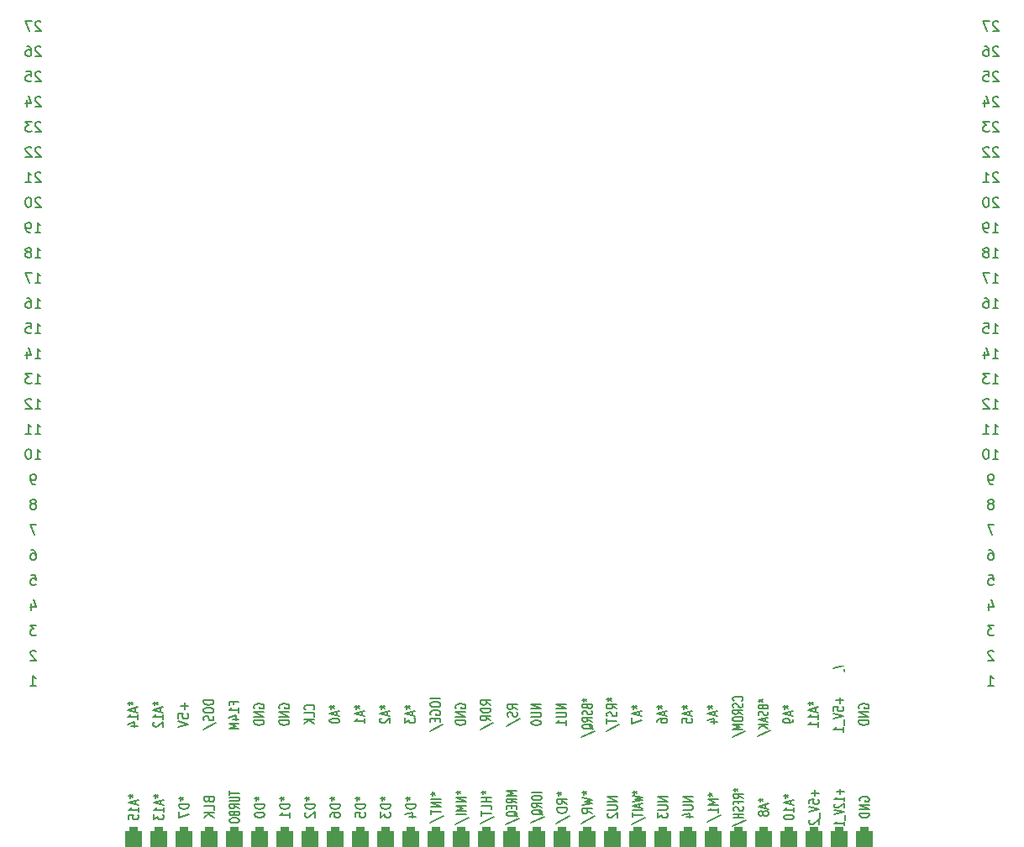
<source format=gbo>
G04 #@! TF.GenerationSoftware,KiCad,Pcbnew,6.0.11-2627ca5db0~126~ubuntu20.04.1*
G04 #@! TF.CreationDate,2023-08-10T13:47:57+05:00*
G04 #@! TF.ProjectId,zx_01,7a785f30-312e-46b6-9963-61645f706362,rev?*
G04 #@! TF.SameCoordinates,Original*
G04 #@! TF.FileFunction,Legend,Bot*
G04 #@! TF.FilePolarity,Positive*
%FSLAX46Y46*%
G04 Gerber Fmt 4.6, Leading zero omitted, Abs format (unit mm)*
G04 Created by KiCad (PCBNEW 6.0.11-2627ca5db0~126~ubuntu20.04.1) date 2023-08-10 13:47:57*
%MOMM*%
%LPD*%
G01*
G04 APERTURE LIST*
G04 Aperture macros list*
%AMRoundRect*
0 Rectangle with rounded corners*
0 $1 Rounding radius*
0 $2 $3 $4 $5 $6 $7 $8 $9 X,Y pos of 4 corners*
0 Add a 4 corners polygon primitive as box body*
4,1,4,$2,$3,$4,$5,$6,$7,$8,$9,$2,$3,0*
0 Add four circle primitives for the rounded corners*
1,1,$1+$1,$2,$3*
1,1,$1+$1,$4,$5*
1,1,$1+$1,$6,$7*
1,1,$1+$1,$8,$9*
0 Add four rect primitives between the rounded corners*
20,1,$1+$1,$2,$3,$4,$5,0*
20,1,$1+$1,$4,$5,$6,$7,0*
20,1,$1+$1,$6,$7,$8,$9,0*
20,1,$1+$1,$8,$9,$2,$3,0*%
G04 Aperture macros list end*
%ADD10C,0.150000*%
%ADD11C,2.100000*%
%ADD12C,5.000000*%
%ADD13O,1.800000X2.250000*%
%ADD14RoundRect,0.425000X-0.425000X3.575000X-0.425000X-3.575000X0.425000X-3.575000X0.425000X3.575000X0*%
G04 APERTURE END LIST*
D10*
X78827380Y-138186428D02*
X79065476Y-138186428D01*
X78970238Y-137972142D02*
X79065476Y-138186428D01*
X78970238Y-138400714D01*
X79255952Y-138057857D02*
X79065476Y-138186428D01*
X79255952Y-138315000D01*
X79827380Y-138743571D02*
X78827380Y-138743571D01*
X78827380Y-138957857D01*
X78875000Y-139086428D01*
X78970238Y-139172142D01*
X79065476Y-139215000D01*
X79255952Y-139257857D01*
X79398809Y-139257857D01*
X79589285Y-139215000D01*
X79684523Y-139172142D01*
X79779761Y-139086428D01*
X79827380Y-138957857D01*
X79827380Y-138743571D01*
X78827380Y-139557857D02*
X78827380Y-140115000D01*
X79208333Y-139815000D01*
X79208333Y-139943571D01*
X79255952Y-140029285D01*
X79303571Y-140072142D01*
X79398809Y-140115000D01*
X79636904Y-140115000D01*
X79732142Y-140072142D01*
X79779761Y-140029285D01*
X79827380Y-139943571D01*
X79827380Y-139686428D01*
X79779761Y-139600714D01*
X79732142Y-139557857D01*
X81367380Y-138186428D02*
X81605476Y-138186428D01*
X81510238Y-137972142D02*
X81605476Y-138186428D01*
X81510238Y-138400714D01*
X81795952Y-138057857D02*
X81605476Y-138186428D01*
X81795952Y-138315000D01*
X82367380Y-138743571D02*
X81367380Y-138743571D01*
X81367380Y-138957857D01*
X81415000Y-139086428D01*
X81510238Y-139172142D01*
X81605476Y-139215000D01*
X81795952Y-139257857D01*
X81938809Y-139257857D01*
X82129285Y-139215000D01*
X82224523Y-139172142D01*
X82319761Y-139086428D01*
X82367380Y-138957857D01*
X82367380Y-138743571D01*
X81700714Y-140029285D02*
X82367380Y-140029285D01*
X81319761Y-139815000D02*
X82034047Y-139600714D01*
X82034047Y-140157857D01*
X55920803Y-128608541D02*
X56158899Y-128608541D01*
X56063661Y-128418064D02*
X56158899Y-128608541D01*
X56063661Y-128799017D01*
X56349375Y-128494255D02*
X56158899Y-128608541D01*
X56349375Y-128722826D01*
X56635089Y-129065683D02*
X56635089Y-129446636D01*
X56920803Y-128989493D02*
X55920803Y-129256160D01*
X56920803Y-129522826D01*
X56920803Y-130208541D02*
X56920803Y-129751398D01*
X56920803Y-129979969D02*
X55920803Y-129979969D01*
X56063661Y-129903779D01*
X56158899Y-129827588D01*
X56206518Y-129751398D01*
X56016042Y-130513303D02*
X55968423Y-130551398D01*
X55920803Y-130627588D01*
X55920803Y-130818064D01*
X55968423Y-130894255D01*
X56016042Y-130932350D01*
X56111280Y-130970445D01*
X56206518Y-130970445D01*
X56349375Y-130932350D01*
X56920803Y-130475207D01*
X56920803Y-130970445D01*
X43576904Y-115657380D02*
X44053095Y-115657380D01*
X44100714Y-116133571D01*
X44053095Y-116085952D01*
X43957857Y-116038333D01*
X43719761Y-116038333D01*
X43624523Y-116085952D01*
X43576904Y-116133571D01*
X43529285Y-116228809D01*
X43529285Y-116466904D01*
X43576904Y-116562142D01*
X43624523Y-116609761D01*
X43719761Y-116657380D01*
X43957857Y-116657380D01*
X44053095Y-116609761D01*
X44100714Y-116562142D01*
X44005476Y-91257380D02*
X44576904Y-91257380D01*
X44291190Y-91257380D02*
X44291190Y-90257380D01*
X44386428Y-90400238D01*
X44481666Y-90495476D01*
X44576904Y-90543095D01*
X43100714Y-90257380D02*
X43576904Y-90257380D01*
X43624523Y-90733571D01*
X43576904Y-90685952D01*
X43481666Y-90638333D01*
X43243571Y-90638333D01*
X43148333Y-90685952D01*
X43100714Y-90733571D01*
X43053095Y-90828809D01*
X43053095Y-91066904D01*
X43100714Y-91162142D01*
X43148333Y-91209761D01*
X43243571Y-91257380D01*
X43481666Y-91257380D01*
X43576904Y-91209761D01*
X43624523Y-91162142D01*
X140525476Y-98877380D02*
X141096904Y-98877380D01*
X140811190Y-98877380D02*
X140811190Y-97877380D01*
X140906428Y-98020238D01*
X141001666Y-98115476D01*
X141096904Y-98163095D01*
X140144523Y-97972619D02*
X140096904Y-97925000D01*
X140001666Y-97877380D01*
X139763571Y-97877380D01*
X139668333Y-97925000D01*
X139620714Y-97972619D01*
X139573095Y-98067857D01*
X139573095Y-98163095D01*
X139620714Y-98305952D01*
X140192142Y-98877380D01*
X139573095Y-98877380D01*
X116927380Y-138341190D02*
X117165476Y-138341190D01*
X117070238Y-138150714D02*
X117165476Y-138341190D01*
X117070238Y-138531666D01*
X117355952Y-138226904D02*
X117165476Y-138341190D01*
X117355952Y-138455476D01*
X117641666Y-138798333D02*
X117641666Y-139179285D01*
X117927380Y-138722142D02*
X116927380Y-138988809D01*
X117927380Y-139255476D01*
X117355952Y-139636428D02*
X117308333Y-139560238D01*
X117260714Y-139522142D01*
X117165476Y-139484047D01*
X117117857Y-139484047D01*
X117022619Y-139522142D01*
X116975000Y-139560238D01*
X116927380Y-139636428D01*
X116927380Y-139788809D01*
X116975000Y-139865000D01*
X117022619Y-139903095D01*
X117117857Y-139941190D01*
X117165476Y-139941190D01*
X117260714Y-139903095D01*
X117308333Y-139865000D01*
X117355952Y-139788809D01*
X117355952Y-139636428D01*
X117403571Y-139560238D01*
X117451190Y-139522142D01*
X117546428Y-139484047D01*
X117736904Y-139484047D01*
X117832142Y-139522142D01*
X117879761Y-139560238D01*
X117927380Y-139636428D01*
X117927380Y-139788809D01*
X117879761Y-139865000D01*
X117832142Y-139903095D01*
X117736904Y-139941190D01*
X117546428Y-139941190D01*
X117451190Y-139903095D01*
X117403571Y-139865000D01*
X117355952Y-139788809D01*
X97560803Y-128684731D02*
X96560803Y-128684731D01*
X97560803Y-129141874D01*
X96560803Y-129141874D01*
X96560803Y-129522826D02*
X97370327Y-129522826D01*
X97465565Y-129560922D01*
X97513184Y-129599017D01*
X97560803Y-129675207D01*
X97560803Y-129827588D01*
X97513184Y-129903779D01*
X97465565Y-129941874D01*
X97370327Y-129979969D01*
X96560803Y-129979969D01*
X97560803Y-130779969D02*
X97560803Y-130322826D01*
X97560803Y-130551398D02*
X96560803Y-130551398D01*
X96703661Y-130475207D01*
X96798899Y-130399017D01*
X96846518Y-130322826D01*
X62000803Y-128284731D02*
X61000803Y-128284731D01*
X61000803Y-128475207D01*
X61048423Y-128589493D01*
X61143661Y-128665683D01*
X61238899Y-128703779D01*
X61429375Y-128741874D01*
X61572232Y-128741874D01*
X61762708Y-128703779D01*
X61857946Y-128665683D01*
X61953184Y-128589493D01*
X62000803Y-128475207D01*
X62000803Y-128284731D01*
X61000803Y-129237112D02*
X61000803Y-129389493D01*
X61048423Y-129465683D01*
X61143661Y-129541874D01*
X61334137Y-129579969D01*
X61667470Y-129579969D01*
X61857946Y-129541874D01*
X61953184Y-129465683D01*
X62000803Y-129389493D01*
X62000803Y-129237112D01*
X61953184Y-129160922D01*
X61857946Y-129084731D01*
X61667470Y-129046636D01*
X61334137Y-129046636D01*
X61143661Y-129084731D01*
X61048423Y-129160922D01*
X61000803Y-129237112D01*
X61953184Y-129884731D02*
X62000803Y-129999017D01*
X62000803Y-130189493D01*
X61953184Y-130265683D01*
X61905565Y-130303779D01*
X61810327Y-130341874D01*
X61715089Y-130341874D01*
X61619851Y-130303779D01*
X61572232Y-130265683D01*
X61524613Y-130189493D01*
X61476994Y-130037112D01*
X61429375Y-129960922D01*
X61381756Y-129922826D01*
X61286518Y-129884731D01*
X61191280Y-129884731D01*
X61096042Y-129922826D01*
X61048423Y-129960922D01*
X61000803Y-130037112D01*
X61000803Y-130227588D01*
X61048423Y-130341874D01*
X60953184Y-131256160D02*
X62238899Y-130570445D01*
X125119851Y-127999017D02*
X125119851Y-128608541D01*
X125500803Y-128303779D02*
X124738899Y-128303779D01*
X124500803Y-129370445D02*
X124500803Y-128989493D01*
X124976994Y-128951398D01*
X124929375Y-128989493D01*
X124881756Y-129065683D01*
X124881756Y-129256160D01*
X124929375Y-129332350D01*
X124976994Y-129370445D01*
X125072232Y-129408541D01*
X125310327Y-129408541D01*
X125405565Y-129370445D01*
X125453184Y-129332350D01*
X125500803Y-129256160D01*
X125500803Y-129065683D01*
X125453184Y-128989493D01*
X125405565Y-128951398D01*
X124500803Y-129637112D02*
X125500803Y-129903779D01*
X124500803Y-130170445D01*
X125596042Y-130246636D02*
X125596042Y-130856160D01*
X125500803Y-131465683D02*
X125500803Y-131008541D01*
X125500803Y-131237112D02*
X124500803Y-131237112D01*
X124643661Y-131160922D01*
X124738899Y-131084731D01*
X124786518Y-131008541D01*
X140525476Y-101417380D02*
X141096904Y-101417380D01*
X140811190Y-101417380D02*
X140811190Y-100417380D01*
X140906428Y-100560238D01*
X141001666Y-100655476D01*
X141096904Y-100703095D01*
X139573095Y-101417380D02*
X140144523Y-101417380D01*
X139858809Y-101417380D02*
X139858809Y-100417380D01*
X139954047Y-100560238D01*
X140049285Y-100655476D01*
X140144523Y-100703095D01*
X44576904Y-77652619D02*
X44529285Y-77605000D01*
X44434047Y-77557380D01*
X44195952Y-77557380D01*
X44100714Y-77605000D01*
X44053095Y-77652619D01*
X44005476Y-77747857D01*
X44005476Y-77843095D01*
X44053095Y-77985952D01*
X44624523Y-78557380D01*
X44005476Y-78557380D01*
X43386428Y-77557380D02*
X43291190Y-77557380D01*
X43195952Y-77605000D01*
X43148333Y-77652619D01*
X43100714Y-77747857D01*
X43053095Y-77938333D01*
X43053095Y-78176428D01*
X43100714Y-78366904D01*
X43148333Y-78462142D01*
X43195952Y-78509761D01*
X43291190Y-78557380D01*
X43386428Y-78557380D01*
X43481666Y-78509761D01*
X43529285Y-78462142D01*
X43576904Y-78366904D01*
X43624523Y-78176428D01*
X43624523Y-77938333D01*
X43576904Y-77747857D01*
X43529285Y-77652619D01*
X43481666Y-77605000D01*
X43386428Y-77557380D01*
X119420803Y-128989493D02*
X119658899Y-128989493D01*
X119563661Y-128799017D02*
X119658899Y-128989493D01*
X119563661Y-129179969D01*
X119849375Y-128875207D02*
X119658899Y-128989493D01*
X119849375Y-129103779D01*
X120135089Y-129446636D02*
X120135089Y-129827588D01*
X120420803Y-129370445D02*
X119420803Y-129637112D01*
X120420803Y-129903779D01*
X120420803Y-130208541D02*
X120420803Y-130360922D01*
X120373184Y-130437112D01*
X120325565Y-130475207D01*
X120182708Y-130551398D01*
X119992232Y-130589493D01*
X119611280Y-130589493D01*
X119516042Y-130551398D01*
X119468423Y-130513303D01*
X119420803Y-130437112D01*
X119420803Y-130284731D01*
X119468423Y-130208541D01*
X119516042Y-130170445D01*
X119611280Y-130132350D01*
X119849375Y-130132350D01*
X119944613Y-130170445D01*
X119992232Y-130208541D01*
X120039851Y-130284731D01*
X120039851Y-130437112D01*
X119992232Y-130513303D01*
X119944613Y-130551398D01*
X119849375Y-130589493D01*
X68668423Y-129103779D02*
X68620803Y-129027588D01*
X68620803Y-128913303D01*
X68668423Y-128799017D01*
X68763661Y-128722826D01*
X68858899Y-128684731D01*
X69049375Y-128646636D01*
X69192232Y-128646636D01*
X69382708Y-128684731D01*
X69477946Y-128722826D01*
X69573184Y-128799017D01*
X69620803Y-128913303D01*
X69620803Y-128989493D01*
X69573184Y-129103779D01*
X69525565Y-129141874D01*
X69192232Y-129141874D01*
X69192232Y-128989493D01*
X69620803Y-129484731D02*
X68620803Y-129484731D01*
X69620803Y-129941874D01*
X68620803Y-129941874D01*
X69620803Y-130322826D02*
X68620803Y-130322826D01*
X68620803Y-130513303D01*
X68668423Y-130627588D01*
X68763661Y-130703779D01*
X68858899Y-130741874D01*
X69049375Y-130779969D01*
X69192232Y-130779969D01*
X69382708Y-130741874D01*
X69477946Y-130703779D01*
X69573184Y-130627588D01*
X69620803Y-130513303D01*
X69620803Y-130322826D01*
X44005476Y-101417380D02*
X44576904Y-101417380D01*
X44291190Y-101417380D02*
X44291190Y-100417380D01*
X44386428Y-100560238D01*
X44481666Y-100655476D01*
X44576904Y-100703095D01*
X43053095Y-101417380D02*
X43624523Y-101417380D01*
X43338809Y-101417380D02*
X43338809Y-100417380D01*
X43434047Y-100560238D01*
X43529285Y-100655476D01*
X43624523Y-100703095D01*
X43910238Y-108465952D02*
X44005476Y-108418333D01*
X44053095Y-108370714D01*
X44100714Y-108275476D01*
X44100714Y-108227857D01*
X44053095Y-108132619D01*
X44005476Y-108085000D01*
X43910238Y-108037380D01*
X43719761Y-108037380D01*
X43624523Y-108085000D01*
X43576904Y-108132619D01*
X43529285Y-108227857D01*
X43529285Y-108275476D01*
X43576904Y-108370714D01*
X43624523Y-108418333D01*
X43719761Y-108465952D01*
X43910238Y-108465952D01*
X44005476Y-108513571D01*
X44053095Y-108561190D01*
X44100714Y-108656428D01*
X44100714Y-108846904D01*
X44053095Y-108942142D01*
X44005476Y-108989761D01*
X43910238Y-109037380D01*
X43719761Y-109037380D01*
X43624523Y-108989761D01*
X43576904Y-108942142D01*
X43529285Y-108846904D01*
X43529285Y-108656428D01*
X43576904Y-108561190D01*
X43624523Y-108513571D01*
X43719761Y-108465952D01*
X92527380Y-137431666D02*
X91527380Y-137431666D01*
X92241666Y-137665000D01*
X91527380Y-137898333D01*
X92527380Y-137898333D01*
X92527380Y-138631666D02*
X92051190Y-138398333D01*
X92527380Y-138231666D02*
X91527380Y-138231666D01*
X91527380Y-138498333D01*
X91575000Y-138565000D01*
X91622619Y-138598333D01*
X91717857Y-138631666D01*
X91860714Y-138631666D01*
X91955952Y-138598333D01*
X92003571Y-138565000D01*
X92051190Y-138498333D01*
X92051190Y-138231666D01*
X92003571Y-138931666D02*
X92003571Y-139165000D01*
X92527380Y-139265000D02*
X92527380Y-138931666D01*
X91527380Y-138931666D01*
X91527380Y-139265000D01*
X92622619Y-140031666D02*
X92575000Y-139965000D01*
X92479761Y-139898333D01*
X92336904Y-139798333D01*
X92289285Y-139731666D01*
X92289285Y-139665000D01*
X92527380Y-139698333D02*
X92479761Y-139631666D01*
X92384523Y-139565000D01*
X92194047Y-139531666D01*
X91860714Y-139531666D01*
X91670238Y-139565000D01*
X91575000Y-139631666D01*
X91527380Y-139698333D01*
X91527380Y-139831666D01*
X91575000Y-139898333D01*
X91670238Y-139965000D01*
X91860714Y-139998333D01*
X92194047Y-139998333D01*
X92384523Y-139965000D01*
X92479761Y-139898333D01*
X92527380Y-139831666D01*
X92527380Y-139698333D01*
X91479761Y-140798333D02*
X92765476Y-140198333D01*
X140525476Y-86177380D02*
X141096904Y-86177380D01*
X140811190Y-86177380D02*
X140811190Y-85177380D01*
X140906428Y-85320238D01*
X141001666Y-85415476D01*
X141096904Y-85463095D01*
X140192142Y-85177380D02*
X139525476Y-85177380D01*
X139954047Y-86177380D01*
X104180803Y-128989493D02*
X104418899Y-128989493D01*
X104323661Y-128799017D02*
X104418899Y-128989493D01*
X104323661Y-129179969D01*
X104609375Y-128875207D02*
X104418899Y-128989493D01*
X104609375Y-129103779D01*
X104895089Y-129446636D02*
X104895089Y-129827588D01*
X105180803Y-129370445D02*
X104180803Y-129637112D01*
X105180803Y-129903779D01*
X104180803Y-130094255D02*
X104180803Y-130627588D01*
X105180803Y-130284731D01*
X140144523Y-118530714D02*
X140144523Y-119197380D01*
X140382619Y-118149761D02*
X140620714Y-118864047D01*
X140001666Y-118864047D01*
X59079851Y-128556160D02*
X59079851Y-129241874D01*
X59460803Y-128899017D02*
X58698899Y-128899017D01*
X58460803Y-130099017D02*
X58460803Y-129670445D01*
X58936994Y-129627588D01*
X58889375Y-129670445D01*
X58841756Y-129756160D01*
X58841756Y-129970445D01*
X58889375Y-130056160D01*
X58936994Y-130099017D01*
X59032232Y-130141874D01*
X59270327Y-130141874D01*
X59365565Y-130099017D01*
X59413184Y-130056160D01*
X59460803Y-129970445D01*
X59460803Y-129756160D01*
X59413184Y-129670445D01*
X59365565Y-129627588D01*
X58460803Y-130399017D02*
X59460803Y-130699017D01*
X58460803Y-130999017D01*
X141096904Y-75112619D02*
X141049285Y-75065000D01*
X140954047Y-75017380D01*
X140715952Y-75017380D01*
X140620714Y-75065000D01*
X140573095Y-75112619D01*
X140525476Y-75207857D01*
X140525476Y-75303095D01*
X140573095Y-75445952D01*
X141144523Y-76017380D01*
X140525476Y-76017380D01*
X139573095Y-76017380D02*
X140144523Y-76017380D01*
X139858809Y-76017380D02*
X139858809Y-75017380D01*
X139954047Y-75160238D01*
X140049285Y-75255476D01*
X140144523Y-75303095D01*
X110307380Y-138036428D02*
X109307380Y-138036428D01*
X110307380Y-138493571D01*
X109307380Y-138493571D01*
X109307380Y-138874523D02*
X110116904Y-138874523D01*
X110212142Y-138912619D01*
X110259761Y-138950714D01*
X110307380Y-139026904D01*
X110307380Y-139179285D01*
X110259761Y-139255476D01*
X110212142Y-139293571D01*
X110116904Y-139331666D01*
X109307380Y-139331666D01*
X109640714Y-140055476D02*
X110307380Y-140055476D01*
X109259761Y-139865000D02*
X109974047Y-139674523D01*
X109974047Y-140169761D01*
X89940803Y-128741874D02*
X89464613Y-128475207D01*
X89940803Y-128284731D02*
X88940803Y-128284731D01*
X88940803Y-128589493D01*
X88988423Y-128665683D01*
X89036042Y-128703779D01*
X89131280Y-128741874D01*
X89274137Y-128741874D01*
X89369375Y-128703779D01*
X89416994Y-128665683D01*
X89464613Y-128589493D01*
X89464613Y-128284731D01*
X89940803Y-129084731D02*
X88940803Y-129084731D01*
X88940803Y-129275207D01*
X88988423Y-129389493D01*
X89083661Y-129465683D01*
X89178899Y-129503779D01*
X89369375Y-129541874D01*
X89512232Y-129541874D01*
X89702708Y-129503779D01*
X89797946Y-129465683D01*
X89893184Y-129389493D01*
X89940803Y-129275207D01*
X89940803Y-129084731D01*
X89940803Y-130341874D02*
X89464613Y-130075207D01*
X89940803Y-129884731D02*
X88940803Y-129884731D01*
X88940803Y-130189493D01*
X88988423Y-130265683D01*
X89036042Y-130303779D01*
X89131280Y-130341874D01*
X89274137Y-130341874D01*
X89369375Y-130303779D01*
X89416994Y-130265683D01*
X89464613Y-130189493D01*
X89464613Y-129884731D01*
X88893184Y-131256160D02*
X90178899Y-130570445D01*
X140525476Y-93797380D02*
X141096904Y-93797380D01*
X140811190Y-93797380D02*
X140811190Y-92797380D01*
X140906428Y-92940238D01*
X141001666Y-93035476D01*
X141096904Y-93083095D01*
X139668333Y-93130714D02*
X139668333Y-93797380D01*
X139906428Y-92749761D02*
X140144523Y-93464047D01*
X139525476Y-93464047D01*
X96607380Y-137693571D02*
X96845476Y-137693571D01*
X96750238Y-137479285D02*
X96845476Y-137693571D01*
X96750238Y-137907857D01*
X97035952Y-137565000D02*
X96845476Y-137693571D01*
X97035952Y-137822142D01*
X97607380Y-138765000D02*
X97131190Y-138465000D01*
X97607380Y-138250714D02*
X96607380Y-138250714D01*
X96607380Y-138593571D01*
X96655000Y-138679285D01*
X96702619Y-138722142D01*
X96797857Y-138765000D01*
X96940714Y-138765000D01*
X97035952Y-138722142D01*
X97083571Y-138679285D01*
X97131190Y-138593571D01*
X97131190Y-138250714D01*
X97607380Y-139150714D02*
X96607380Y-139150714D01*
X96607380Y-139365000D01*
X96655000Y-139493571D01*
X96750238Y-139579285D01*
X96845476Y-139622142D01*
X97035952Y-139665000D01*
X97178809Y-139665000D01*
X97369285Y-139622142D01*
X97464523Y-139579285D01*
X97559761Y-139493571D01*
X97607380Y-139365000D01*
X97607380Y-139150714D01*
X96559761Y-140693571D02*
X97845476Y-139922142D01*
X55967380Y-137960238D02*
X56205476Y-137960238D01*
X56110238Y-137769761D02*
X56205476Y-137960238D01*
X56110238Y-138150714D01*
X56395952Y-137845952D02*
X56205476Y-137960238D01*
X56395952Y-138074523D01*
X56681666Y-138417380D02*
X56681666Y-138798333D01*
X56967380Y-138341190D02*
X55967380Y-138607857D01*
X56967380Y-138874523D01*
X56967380Y-139560238D02*
X56967380Y-139103095D01*
X56967380Y-139331666D02*
X55967380Y-139331666D01*
X56110238Y-139255476D01*
X56205476Y-139179285D01*
X56253095Y-139103095D01*
X55967380Y-139826904D02*
X55967380Y-140322142D01*
X56348333Y-140055476D01*
X56348333Y-140169761D01*
X56395952Y-140245952D01*
X56443571Y-140284047D01*
X56538809Y-140322142D01*
X56776904Y-140322142D01*
X56872142Y-140284047D01*
X56919761Y-140245952D01*
X56967380Y-140169761D01*
X56967380Y-139941190D01*
X56919761Y-139865000D01*
X56872142Y-139826904D01*
X140525476Y-88717380D02*
X141096904Y-88717380D01*
X140811190Y-88717380D02*
X140811190Y-87717380D01*
X140906428Y-87860238D01*
X141001666Y-87955476D01*
X141096904Y-88003095D01*
X139668333Y-87717380D02*
X139858809Y-87717380D01*
X139954047Y-87765000D01*
X140001666Y-87812619D01*
X140096904Y-87955476D01*
X140144523Y-88145952D01*
X140144523Y-88526904D01*
X140096904Y-88622142D01*
X140049285Y-88669761D01*
X139954047Y-88717380D01*
X139763571Y-88717380D01*
X139668333Y-88669761D01*
X139620714Y-88622142D01*
X139573095Y-88526904D01*
X139573095Y-88288809D01*
X139620714Y-88193571D01*
X139668333Y-88145952D01*
X139763571Y-88098333D01*
X139954047Y-88098333D01*
X140049285Y-88145952D01*
X140096904Y-88193571D01*
X140144523Y-88288809D01*
X44005476Y-81097380D02*
X44576904Y-81097380D01*
X44291190Y-81097380D02*
X44291190Y-80097380D01*
X44386428Y-80240238D01*
X44481666Y-80335476D01*
X44576904Y-80383095D01*
X43529285Y-81097380D02*
X43338809Y-81097380D01*
X43243571Y-81049761D01*
X43195952Y-81002142D01*
X43100714Y-80859285D01*
X43053095Y-80668809D01*
X43053095Y-80287857D01*
X43100714Y-80192619D01*
X43148333Y-80145000D01*
X43243571Y-80097380D01*
X43434047Y-80097380D01*
X43529285Y-80145000D01*
X43576904Y-80192619D01*
X43624523Y-80287857D01*
X43624523Y-80525952D01*
X43576904Y-80621190D01*
X43529285Y-80668809D01*
X43434047Y-80716428D01*
X43243571Y-80716428D01*
X43148333Y-80668809D01*
X43100714Y-80621190D01*
X43053095Y-80525952D01*
X72065565Y-129237112D02*
X72113184Y-129199017D01*
X72160803Y-129084731D01*
X72160803Y-129008541D01*
X72113184Y-128894255D01*
X72017946Y-128818064D01*
X71922708Y-128779969D01*
X71732232Y-128741874D01*
X71589375Y-128741874D01*
X71398899Y-128779969D01*
X71303661Y-128818064D01*
X71208423Y-128894255D01*
X71160803Y-129008541D01*
X71160803Y-129084731D01*
X71208423Y-129199017D01*
X71256042Y-129237112D01*
X72160803Y-129960922D02*
X72160803Y-129579969D01*
X71160803Y-129579969D01*
X72160803Y-130227588D02*
X71160803Y-130227588D01*
X72160803Y-130684731D02*
X71589375Y-130341874D01*
X71160803Y-130684731D02*
X71732232Y-130227588D01*
X141096904Y-59872619D02*
X141049285Y-59825000D01*
X140954047Y-59777380D01*
X140715952Y-59777380D01*
X140620714Y-59825000D01*
X140573095Y-59872619D01*
X140525476Y-59967857D01*
X140525476Y-60063095D01*
X140573095Y-60205952D01*
X141144523Y-60777380D01*
X140525476Y-60777380D01*
X140192142Y-59777380D02*
X139525476Y-59777380D01*
X139954047Y-60777380D01*
X66128423Y-129103779D02*
X66080803Y-129027588D01*
X66080803Y-128913303D01*
X66128423Y-128799017D01*
X66223661Y-128722826D01*
X66318899Y-128684731D01*
X66509375Y-128646636D01*
X66652232Y-128646636D01*
X66842708Y-128684731D01*
X66937946Y-128722826D01*
X67033184Y-128799017D01*
X67080803Y-128913303D01*
X67080803Y-128989493D01*
X67033184Y-129103779D01*
X66985565Y-129141874D01*
X66652232Y-129141874D01*
X66652232Y-128989493D01*
X67080803Y-129484731D02*
X66080803Y-129484731D01*
X67080803Y-129941874D01*
X66080803Y-129941874D01*
X67080803Y-130322826D02*
X66080803Y-130322826D01*
X66080803Y-130513303D01*
X66128423Y-130627588D01*
X66223661Y-130703779D01*
X66318899Y-130741874D01*
X66509375Y-130779969D01*
X66652232Y-130779969D01*
X66842708Y-130741874D01*
X66937946Y-130703779D01*
X67033184Y-130627588D01*
X67080803Y-130513303D01*
X67080803Y-130322826D01*
X140525476Y-96337380D02*
X141096904Y-96337380D01*
X140811190Y-96337380D02*
X140811190Y-95337380D01*
X140906428Y-95480238D01*
X141001666Y-95575476D01*
X141096904Y-95623095D01*
X140192142Y-95337380D02*
X139573095Y-95337380D01*
X139906428Y-95718333D01*
X139763571Y-95718333D01*
X139668333Y-95765952D01*
X139620714Y-95813571D01*
X139573095Y-95908809D01*
X139573095Y-96146904D01*
X139620714Y-96242142D01*
X139668333Y-96289761D01*
X139763571Y-96337380D01*
X140049285Y-96337380D01*
X140144523Y-96289761D01*
X140192142Y-96242142D01*
X141096904Y-62412619D02*
X141049285Y-62365000D01*
X140954047Y-62317380D01*
X140715952Y-62317380D01*
X140620714Y-62365000D01*
X140573095Y-62412619D01*
X140525476Y-62507857D01*
X140525476Y-62603095D01*
X140573095Y-62745952D01*
X141144523Y-63317380D01*
X140525476Y-63317380D01*
X139668333Y-62317380D02*
X139858809Y-62317380D01*
X139954047Y-62365000D01*
X140001666Y-62412619D01*
X140096904Y-62555476D01*
X140144523Y-62745952D01*
X140144523Y-63126904D01*
X140096904Y-63222142D01*
X140049285Y-63269761D01*
X139954047Y-63317380D01*
X139763571Y-63317380D01*
X139668333Y-63269761D01*
X139620714Y-63222142D01*
X139573095Y-63126904D01*
X139573095Y-62888809D01*
X139620714Y-62793571D01*
X139668333Y-62745952D01*
X139763571Y-62698333D01*
X139954047Y-62698333D01*
X140049285Y-62745952D01*
X140096904Y-62793571D01*
X140144523Y-62888809D01*
X44576904Y-59872619D02*
X44529285Y-59825000D01*
X44434047Y-59777380D01*
X44195952Y-59777380D01*
X44100714Y-59825000D01*
X44053095Y-59872619D01*
X44005476Y-59967857D01*
X44005476Y-60063095D01*
X44053095Y-60205952D01*
X44624523Y-60777380D01*
X44005476Y-60777380D01*
X43672142Y-59777380D02*
X43005476Y-59777380D01*
X43434047Y-60777380D01*
X44576904Y-72572619D02*
X44529285Y-72525000D01*
X44434047Y-72477380D01*
X44195952Y-72477380D01*
X44100714Y-72525000D01*
X44053095Y-72572619D01*
X44005476Y-72667857D01*
X44005476Y-72763095D01*
X44053095Y-72905952D01*
X44624523Y-73477380D01*
X44005476Y-73477380D01*
X43624523Y-72572619D02*
X43576904Y-72525000D01*
X43481666Y-72477380D01*
X43243571Y-72477380D01*
X43148333Y-72525000D01*
X43100714Y-72572619D01*
X43053095Y-72667857D01*
X43053095Y-72763095D01*
X43100714Y-72905952D01*
X43672142Y-73477380D01*
X43053095Y-73477380D01*
X141096904Y-64952619D02*
X141049285Y-64905000D01*
X140954047Y-64857380D01*
X140715952Y-64857380D01*
X140620714Y-64905000D01*
X140573095Y-64952619D01*
X140525476Y-65047857D01*
X140525476Y-65143095D01*
X140573095Y-65285952D01*
X141144523Y-65857380D01*
X140525476Y-65857380D01*
X139620714Y-64857380D02*
X140096904Y-64857380D01*
X140144523Y-65333571D01*
X140096904Y-65285952D01*
X140001666Y-65238333D01*
X139763571Y-65238333D01*
X139668333Y-65285952D01*
X139620714Y-65333571D01*
X139573095Y-65428809D01*
X139573095Y-65666904D01*
X139620714Y-65762142D01*
X139668333Y-65809761D01*
X139763571Y-65857380D01*
X140001666Y-65857380D01*
X140096904Y-65809761D01*
X140144523Y-65762142D01*
X44576904Y-75112619D02*
X44529285Y-75065000D01*
X44434047Y-75017380D01*
X44195952Y-75017380D01*
X44100714Y-75065000D01*
X44053095Y-75112619D01*
X44005476Y-75207857D01*
X44005476Y-75303095D01*
X44053095Y-75445952D01*
X44624523Y-76017380D01*
X44005476Y-76017380D01*
X43053095Y-76017380D02*
X43624523Y-76017380D01*
X43338809Y-76017380D02*
X43338809Y-75017380D01*
X43434047Y-75160238D01*
X43529285Y-75255476D01*
X43624523Y-75303095D01*
X115240563Y-128332036D02*
X115288182Y-128298702D01*
X115335801Y-128198702D01*
X115335801Y-128132036D01*
X115288182Y-128032036D01*
X115192944Y-127965369D01*
X115097706Y-127932036D01*
X114907230Y-127898702D01*
X114764373Y-127898702D01*
X114573897Y-127932036D01*
X114478659Y-127965369D01*
X114383421Y-128032036D01*
X114335801Y-128132036D01*
X114335801Y-128198702D01*
X114383421Y-128298702D01*
X114431040Y-128332036D01*
X115288182Y-128598702D02*
X115335801Y-128698702D01*
X115335801Y-128865369D01*
X115288182Y-128932036D01*
X115240563Y-128965369D01*
X115145325Y-128998702D01*
X115050087Y-128998702D01*
X114954849Y-128965369D01*
X114907230Y-128932036D01*
X114859611Y-128865369D01*
X114811992Y-128732036D01*
X114764373Y-128665369D01*
X114716754Y-128632036D01*
X114621516Y-128598702D01*
X114526278Y-128598702D01*
X114431040Y-128632036D01*
X114383421Y-128665369D01*
X114335801Y-128732036D01*
X114335801Y-128898702D01*
X114383421Y-128998702D01*
X115335801Y-129698702D02*
X114859611Y-129465369D01*
X115335801Y-129298702D02*
X114335801Y-129298702D01*
X114335801Y-129565369D01*
X114383421Y-129632036D01*
X114431040Y-129665369D01*
X114526278Y-129698702D01*
X114669135Y-129698702D01*
X114764373Y-129665369D01*
X114811992Y-129632036D01*
X114859611Y-129565369D01*
X114859611Y-129298702D01*
X114335801Y-130132036D02*
X114335801Y-130265369D01*
X114383421Y-130332036D01*
X114478659Y-130398702D01*
X114669135Y-130432036D01*
X115002468Y-130432036D01*
X115192944Y-130398702D01*
X115288182Y-130332036D01*
X115335801Y-130265369D01*
X115335801Y-130132036D01*
X115288182Y-130065369D01*
X115192944Y-129998702D01*
X115002468Y-129965369D01*
X114669135Y-129965369D01*
X114478659Y-129998702D01*
X114383421Y-130065369D01*
X114335801Y-130132036D01*
X115335801Y-130732036D02*
X114335801Y-130732036D01*
X115050087Y-130965369D01*
X114335801Y-131198702D01*
X115335801Y-131198702D01*
X114288182Y-132032036D02*
X115573897Y-131432036D01*
X99147380Y-137629285D02*
X99385476Y-137629285D01*
X99290238Y-137415000D02*
X99385476Y-137629285D01*
X99290238Y-137843571D01*
X99575952Y-137500714D02*
X99385476Y-137629285D01*
X99575952Y-137757857D01*
X99147380Y-138100714D02*
X100147380Y-138315000D01*
X99433095Y-138486428D01*
X100147380Y-138657857D01*
X99147380Y-138872142D01*
X100147380Y-139729285D02*
X99671190Y-139429285D01*
X100147380Y-139215000D02*
X99147380Y-139215000D01*
X99147380Y-139557857D01*
X99195000Y-139643571D01*
X99242619Y-139686428D01*
X99337857Y-139729285D01*
X99480714Y-139729285D01*
X99575952Y-139686428D01*
X99623571Y-139643571D01*
X99671190Y-139557857D01*
X99671190Y-139215000D01*
X99099761Y-140757857D02*
X100385476Y-139986428D01*
X44005476Y-106497380D02*
X43815000Y-106497380D01*
X43719761Y-106449761D01*
X43672142Y-106402142D01*
X43576904Y-106259285D01*
X43529285Y-106068809D01*
X43529285Y-105687857D01*
X43576904Y-105592619D01*
X43624523Y-105545000D01*
X43719761Y-105497380D01*
X43910238Y-105497380D01*
X44005476Y-105545000D01*
X44053095Y-105592619D01*
X44100714Y-105687857D01*
X44100714Y-105925952D01*
X44053095Y-106021190D01*
X44005476Y-106068809D01*
X43910238Y-106116428D01*
X43719761Y-106116428D01*
X43624523Y-106068809D01*
X43576904Y-106021190D01*
X43529285Y-105925952D01*
X125166428Y-137231666D02*
X125166428Y-137765000D01*
X125547380Y-137498333D02*
X124785476Y-137498333D01*
X125547380Y-138465000D02*
X125547380Y-138065000D01*
X125547380Y-138265000D02*
X124547380Y-138265000D01*
X124690238Y-138198333D01*
X124785476Y-138131666D01*
X124833095Y-138065000D01*
X124642619Y-138731666D02*
X124595000Y-138765000D01*
X124547380Y-138831666D01*
X124547380Y-138998333D01*
X124595000Y-139065000D01*
X124642619Y-139098333D01*
X124737857Y-139131666D01*
X124833095Y-139131666D01*
X124975952Y-139098333D01*
X125547380Y-138698333D01*
X125547380Y-139131666D01*
X124547380Y-139331666D02*
X125547380Y-139565000D01*
X124547380Y-139798333D01*
X125642619Y-139865000D02*
X125642619Y-140398333D01*
X125547380Y-140931666D02*
X125547380Y-140531666D01*
X125547380Y-140731666D02*
X124547380Y-140731666D01*
X124690238Y-140665000D01*
X124785476Y-140598333D01*
X124833095Y-140531666D01*
X44576904Y-70032619D02*
X44529285Y-69985000D01*
X44434047Y-69937380D01*
X44195952Y-69937380D01*
X44100714Y-69985000D01*
X44053095Y-70032619D01*
X44005476Y-70127857D01*
X44005476Y-70223095D01*
X44053095Y-70365952D01*
X44624523Y-70937380D01*
X44005476Y-70937380D01*
X43672142Y-69937380D02*
X43053095Y-69937380D01*
X43386428Y-70318333D01*
X43243571Y-70318333D01*
X43148333Y-70365952D01*
X43100714Y-70413571D01*
X43053095Y-70508809D01*
X43053095Y-70746904D01*
X43100714Y-70842142D01*
X43148333Y-70889761D01*
X43243571Y-70937380D01*
X43529285Y-70937380D01*
X43624523Y-70889761D01*
X43672142Y-70842142D01*
X140668333Y-110577380D02*
X140001666Y-110577380D01*
X140430238Y-111577380D01*
X127135000Y-138455476D02*
X127087380Y-138379285D01*
X127087380Y-138265000D01*
X127135000Y-138150714D01*
X127230238Y-138074523D01*
X127325476Y-138036428D01*
X127515952Y-137998333D01*
X127658809Y-137998333D01*
X127849285Y-138036428D01*
X127944523Y-138074523D01*
X128039761Y-138150714D01*
X128087380Y-138265000D01*
X128087380Y-138341190D01*
X128039761Y-138455476D01*
X127992142Y-138493571D01*
X127658809Y-138493571D01*
X127658809Y-138341190D01*
X128087380Y-138836428D02*
X127087380Y-138836428D01*
X128087380Y-139293571D01*
X127087380Y-139293571D01*
X128087380Y-139674523D02*
X127087380Y-139674523D01*
X127087380Y-139865000D01*
X127135000Y-139979285D01*
X127230238Y-140055476D01*
X127325476Y-140093571D01*
X127515952Y-140131666D01*
X127658809Y-140131666D01*
X127849285Y-140093571D01*
X127944523Y-140055476D01*
X128039761Y-139979285D01*
X128087380Y-139865000D01*
X128087380Y-139674523D01*
X64035079Y-128694309D02*
X64035079Y-128427642D01*
X64558888Y-128427642D02*
X63558888Y-128427642D01*
X63558888Y-128808594D01*
X64558888Y-129532404D02*
X64558888Y-129075261D01*
X64558888Y-129303832D02*
X63558888Y-129303832D01*
X63701746Y-129227642D01*
X63796984Y-129151451D01*
X63844603Y-129075261D01*
X63892222Y-130218118D02*
X64558888Y-130218118D01*
X63511269Y-130027642D02*
X64225555Y-129837166D01*
X64225555Y-130332404D01*
X64558888Y-130637166D02*
X63558888Y-130637166D01*
X64273174Y-130903832D01*
X63558888Y-131170499D01*
X64558888Y-131170499D01*
X101640803Y-128208541D02*
X101878899Y-128208541D01*
X101783661Y-128018064D02*
X101878899Y-128208541D01*
X101783661Y-128399017D01*
X102069375Y-128094255D02*
X101878899Y-128208541D01*
X102069375Y-128322826D01*
X102640803Y-129160922D02*
X102164613Y-128894255D01*
X102640803Y-128703779D02*
X101640803Y-128703779D01*
X101640803Y-129008541D01*
X101688423Y-129084731D01*
X101736042Y-129122826D01*
X101831280Y-129160922D01*
X101974137Y-129160922D01*
X102069375Y-129122826D01*
X102116994Y-129084731D01*
X102164613Y-129008541D01*
X102164613Y-128703779D01*
X102593184Y-129465683D02*
X102640803Y-129579969D01*
X102640803Y-129770445D01*
X102593184Y-129846636D01*
X102545565Y-129884731D01*
X102450327Y-129922826D01*
X102355089Y-129922826D01*
X102259851Y-129884731D01*
X102212232Y-129846636D01*
X102164613Y-129770445D01*
X102116994Y-129618064D01*
X102069375Y-129541874D01*
X102021756Y-129503779D01*
X101926518Y-129465683D01*
X101831280Y-129465683D01*
X101736042Y-129503779D01*
X101688423Y-129541874D01*
X101640803Y-129618064D01*
X101640803Y-129808541D01*
X101688423Y-129922826D01*
X101640803Y-130151398D02*
X101640803Y-130608541D01*
X102640803Y-130379969D02*
X101640803Y-130379969D01*
X101593184Y-131446636D02*
X102878899Y-130760922D01*
X141096904Y-77652619D02*
X141049285Y-77605000D01*
X140954047Y-77557380D01*
X140715952Y-77557380D01*
X140620714Y-77605000D01*
X140573095Y-77652619D01*
X140525476Y-77747857D01*
X140525476Y-77843095D01*
X140573095Y-77985952D01*
X141144523Y-78557380D01*
X140525476Y-78557380D01*
X139906428Y-77557380D02*
X139811190Y-77557380D01*
X139715952Y-77605000D01*
X139668333Y-77652619D01*
X139620714Y-77747857D01*
X139573095Y-77938333D01*
X139573095Y-78176428D01*
X139620714Y-78366904D01*
X139668333Y-78462142D01*
X139715952Y-78509761D01*
X139811190Y-78557380D01*
X139906428Y-78557380D01*
X140001666Y-78509761D01*
X140049285Y-78462142D01*
X140096904Y-78366904D01*
X140144523Y-78176428D01*
X140144523Y-77938333D01*
X140096904Y-77747857D01*
X140049285Y-77652619D01*
X140001666Y-77605000D01*
X139906428Y-77557380D01*
X53380803Y-128608541D02*
X53618899Y-128608541D01*
X53523661Y-128418064D02*
X53618899Y-128608541D01*
X53523661Y-128799017D01*
X53809375Y-128494255D02*
X53618899Y-128608541D01*
X53809375Y-128722826D01*
X54095089Y-129065683D02*
X54095089Y-129446636D01*
X54380803Y-128989493D02*
X53380803Y-129256160D01*
X54380803Y-129522826D01*
X54380803Y-130208541D02*
X54380803Y-129751398D01*
X54380803Y-129979969D02*
X53380803Y-129979969D01*
X53523661Y-129903779D01*
X53618899Y-129827588D01*
X53666518Y-129751398D01*
X53714137Y-130894255D02*
X54380803Y-130894255D01*
X53333184Y-130703779D02*
X54047470Y-130513303D01*
X54047470Y-131008541D01*
X44005476Y-93797380D02*
X44576904Y-93797380D01*
X44291190Y-93797380D02*
X44291190Y-92797380D01*
X44386428Y-92940238D01*
X44481666Y-93035476D01*
X44576904Y-93083095D01*
X43148333Y-93130714D02*
X43148333Y-93797380D01*
X43386428Y-92749761D02*
X43624523Y-93464047D01*
X43005476Y-93464047D01*
X140620714Y-123372619D02*
X140573095Y-123325000D01*
X140477857Y-123277380D01*
X140239761Y-123277380D01*
X140144523Y-123325000D01*
X140096904Y-123372619D01*
X140049285Y-123467857D01*
X140049285Y-123563095D01*
X140096904Y-123705952D01*
X140668333Y-124277380D01*
X140049285Y-124277380D01*
X78780803Y-128989493D02*
X79018899Y-128989493D01*
X78923661Y-128799017D02*
X79018899Y-128989493D01*
X78923661Y-129179969D01*
X79209375Y-128875207D02*
X79018899Y-128989493D01*
X79209375Y-129103779D01*
X79495089Y-129446636D02*
X79495089Y-129827588D01*
X79780803Y-129370445D02*
X78780803Y-129637112D01*
X79780803Y-129903779D01*
X78876042Y-130132350D02*
X78828423Y-130170445D01*
X78780803Y-130246636D01*
X78780803Y-130437112D01*
X78828423Y-130513303D01*
X78876042Y-130551398D01*
X78971280Y-130589493D01*
X79066518Y-130589493D01*
X79209375Y-130551398D01*
X79780803Y-130094255D01*
X79780803Y-130589493D01*
X140144523Y-113117380D02*
X140335000Y-113117380D01*
X140430238Y-113165000D01*
X140477857Y-113212619D01*
X140573095Y-113355476D01*
X140620714Y-113545952D01*
X140620714Y-113926904D01*
X140573095Y-114022142D01*
X140525476Y-114069761D01*
X140430238Y-114117380D01*
X140239761Y-114117380D01*
X140144523Y-114069761D01*
X140096904Y-114022142D01*
X140049285Y-113926904D01*
X140049285Y-113688809D01*
X140096904Y-113593571D01*
X140144523Y-113545952D01*
X140239761Y-113498333D01*
X140430238Y-113498333D01*
X140525476Y-113545952D01*
X140573095Y-113593571D01*
X140620714Y-113688809D01*
X92609097Y-129187272D02*
X92132907Y-128920605D01*
X92609097Y-128730129D02*
X91609097Y-128730129D01*
X91609097Y-129034891D01*
X91656717Y-129111081D01*
X91704336Y-129149176D01*
X91799574Y-129187272D01*
X91942431Y-129187272D01*
X92037669Y-129149176D01*
X92085288Y-129111081D01*
X92132907Y-129034891D01*
X92132907Y-128730129D01*
X92561478Y-129492033D02*
X92609097Y-129606319D01*
X92609097Y-129796795D01*
X92561478Y-129872986D01*
X92513859Y-129911081D01*
X92418621Y-129949176D01*
X92323383Y-129949176D01*
X92228145Y-129911081D01*
X92180526Y-129872986D01*
X92132907Y-129796795D01*
X92085288Y-129644414D01*
X92037669Y-129568224D01*
X91990050Y-129530129D01*
X91894812Y-129492033D01*
X91799574Y-129492033D01*
X91704336Y-129530129D01*
X91656717Y-129568224D01*
X91609097Y-129644414D01*
X91609097Y-129834891D01*
X91656717Y-129949176D01*
X91561478Y-130863462D02*
X92847193Y-130177748D01*
X140430238Y-108465952D02*
X140525476Y-108418333D01*
X140573095Y-108370714D01*
X140620714Y-108275476D01*
X140620714Y-108227857D01*
X140573095Y-108132619D01*
X140525476Y-108085000D01*
X140430238Y-108037380D01*
X140239761Y-108037380D01*
X140144523Y-108085000D01*
X140096904Y-108132619D01*
X140049285Y-108227857D01*
X140049285Y-108275476D01*
X140096904Y-108370714D01*
X140144523Y-108418333D01*
X140239761Y-108465952D01*
X140430238Y-108465952D01*
X140525476Y-108513571D01*
X140573095Y-108561190D01*
X140620714Y-108656428D01*
X140620714Y-108846904D01*
X140573095Y-108942142D01*
X140525476Y-108989761D01*
X140430238Y-109037380D01*
X140239761Y-109037380D01*
X140144523Y-108989761D01*
X140096904Y-108942142D01*
X140049285Y-108846904D01*
X140049285Y-108656428D01*
X140096904Y-108561190D01*
X140144523Y-108513571D01*
X140239761Y-108465952D01*
X43529285Y-126817380D02*
X44100714Y-126817380D01*
X43815000Y-126817380D02*
X43815000Y-125817380D01*
X43910238Y-125960238D01*
X44005476Y-126055476D01*
X44100714Y-126103095D01*
X140668333Y-120737380D02*
X140049285Y-120737380D01*
X140382619Y-121118333D01*
X140239761Y-121118333D01*
X140144523Y-121165952D01*
X140096904Y-121213571D01*
X140049285Y-121308809D01*
X140049285Y-121546904D01*
X140096904Y-121642142D01*
X140144523Y-121689761D01*
X140239761Y-121737380D01*
X140525476Y-121737380D01*
X140620714Y-121689761D01*
X140668333Y-121642142D01*
X68667380Y-138186428D02*
X68905476Y-138186428D01*
X68810238Y-137972142D02*
X68905476Y-138186428D01*
X68810238Y-138400714D01*
X69095952Y-138057857D02*
X68905476Y-138186428D01*
X69095952Y-138315000D01*
X69667380Y-138743571D02*
X68667380Y-138743571D01*
X68667380Y-138957857D01*
X68715000Y-139086428D01*
X68810238Y-139172142D01*
X68905476Y-139215000D01*
X69095952Y-139257857D01*
X69238809Y-139257857D01*
X69429285Y-139215000D01*
X69524523Y-139172142D01*
X69619761Y-139086428D01*
X69667380Y-138957857D01*
X69667380Y-138743571D01*
X69667380Y-140115000D02*
X69667380Y-139600714D01*
X69667380Y-139857857D02*
X68667380Y-139857857D01*
X68810238Y-139772142D01*
X68905476Y-139686428D01*
X68953095Y-139600714D01*
X44100714Y-123372619D02*
X44053095Y-123325000D01*
X43957857Y-123277380D01*
X43719761Y-123277380D01*
X43624523Y-123325000D01*
X43576904Y-123372619D01*
X43529285Y-123467857D01*
X43529285Y-123563095D01*
X43576904Y-123705952D01*
X44148333Y-124277380D01*
X43529285Y-124277380D01*
X76240803Y-128989493D02*
X76478899Y-128989493D01*
X76383661Y-128799017D02*
X76478899Y-128989493D01*
X76383661Y-129179969D01*
X76669375Y-128875207D02*
X76478899Y-128989493D01*
X76669375Y-129103779D01*
X76955089Y-129446636D02*
X76955089Y-129827588D01*
X77240803Y-129370445D02*
X76240803Y-129637112D01*
X77240803Y-129903779D01*
X77240803Y-130589493D02*
X77240803Y-130132350D01*
X77240803Y-130360922D02*
X76240803Y-130360922D01*
X76383661Y-130284731D01*
X76478899Y-130208541D01*
X76526518Y-130132350D01*
X83907380Y-137731666D02*
X84145476Y-137731666D01*
X84050238Y-137541190D02*
X84145476Y-137731666D01*
X84050238Y-137922142D01*
X84335952Y-137617380D02*
X84145476Y-137731666D01*
X84335952Y-137845952D01*
X84907380Y-138226904D02*
X83907380Y-138226904D01*
X84907380Y-138607857D02*
X83907380Y-138607857D01*
X84907380Y-139065000D01*
X83907380Y-139065000D01*
X83907380Y-139331666D02*
X83907380Y-139788809D01*
X84907380Y-139560238D02*
X83907380Y-139560238D01*
X83859761Y-140626904D02*
X85145476Y-139941190D01*
X95067380Y-137615000D02*
X94067380Y-137615000D01*
X94067380Y-138081666D02*
X94067380Y-138215000D01*
X94115000Y-138281666D01*
X94210238Y-138348333D01*
X94400714Y-138381666D01*
X94734047Y-138381666D01*
X94924523Y-138348333D01*
X95019761Y-138281666D01*
X95067380Y-138215000D01*
X95067380Y-138081666D01*
X95019761Y-138015000D01*
X94924523Y-137948333D01*
X94734047Y-137915000D01*
X94400714Y-137915000D01*
X94210238Y-137948333D01*
X94115000Y-138015000D01*
X94067380Y-138081666D01*
X95067380Y-139081666D02*
X94591190Y-138848333D01*
X95067380Y-138681666D02*
X94067380Y-138681666D01*
X94067380Y-138948333D01*
X94115000Y-139015000D01*
X94162619Y-139048333D01*
X94257857Y-139081666D01*
X94400714Y-139081666D01*
X94495952Y-139048333D01*
X94543571Y-139015000D01*
X94591190Y-138948333D01*
X94591190Y-138681666D01*
X95162619Y-139848333D02*
X95115000Y-139781666D01*
X95019761Y-139715000D01*
X94876904Y-139615000D01*
X94829285Y-139548333D01*
X94829285Y-139481666D01*
X95067380Y-139515000D02*
X95019761Y-139448333D01*
X94924523Y-139381666D01*
X94734047Y-139348333D01*
X94400714Y-139348333D01*
X94210238Y-139381666D01*
X94115000Y-139448333D01*
X94067380Y-139515000D01*
X94067380Y-139648333D01*
X94115000Y-139715000D01*
X94210238Y-139781666D01*
X94400714Y-139815000D01*
X94734047Y-139815000D01*
X94924523Y-139781666D01*
X95019761Y-139715000D01*
X95067380Y-139648333D01*
X95067380Y-139515000D01*
X94019761Y-140615000D02*
X95305476Y-140015000D01*
X73747380Y-138186428D02*
X73985476Y-138186428D01*
X73890238Y-137972142D02*
X73985476Y-138186428D01*
X73890238Y-138400714D01*
X74175952Y-138057857D02*
X73985476Y-138186428D01*
X74175952Y-138315000D01*
X74747380Y-138743571D02*
X73747380Y-138743571D01*
X73747380Y-138957857D01*
X73795000Y-139086428D01*
X73890238Y-139172142D01*
X73985476Y-139215000D01*
X74175952Y-139257857D01*
X74318809Y-139257857D01*
X74509285Y-139215000D01*
X74604523Y-139172142D01*
X74699761Y-139086428D01*
X74747380Y-138957857D01*
X74747380Y-138743571D01*
X73747380Y-140029285D02*
X73747380Y-139857857D01*
X73795000Y-139772142D01*
X73842619Y-139729285D01*
X73985476Y-139643571D01*
X74175952Y-139600714D01*
X74556904Y-139600714D01*
X74652142Y-139643571D01*
X74699761Y-139686428D01*
X74747380Y-139772142D01*
X74747380Y-139943571D01*
X74699761Y-140029285D01*
X74652142Y-140072142D01*
X74556904Y-140115000D01*
X74318809Y-140115000D01*
X74223571Y-140072142D01*
X74175952Y-140029285D01*
X74128333Y-139943571D01*
X74128333Y-139772142D01*
X74175952Y-139686428D01*
X74223571Y-139643571D01*
X74318809Y-139600714D01*
X44005476Y-98877380D02*
X44576904Y-98877380D01*
X44291190Y-98877380D02*
X44291190Y-97877380D01*
X44386428Y-98020238D01*
X44481666Y-98115476D01*
X44576904Y-98163095D01*
X43624523Y-97972619D02*
X43576904Y-97925000D01*
X43481666Y-97877380D01*
X43243571Y-97877380D01*
X43148333Y-97925000D01*
X43100714Y-97972619D01*
X43053095Y-98067857D01*
X43053095Y-98163095D01*
X43100714Y-98305952D01*
X43672142Y-98877380D01*
X43053095Y-98877380D01*
X141096904Y-72572619D02*
X141049285Y-72525000D01*
X140954047Y-72477380D01*
X140715952Y-72477380D01*
X140620714Y-72525000D01*
X140573095Y-72572619D01*
X140525476Y-72667857D01*
X140525476Y-72763095D01*
X140573095Y-72905952D01*
X141144523Y-73477380D01*
X140525476Y-73477380D01*
X140144523Y-72572619D02*
X140096904Y-72525000D01*
X140001666Y-72477380D01*
X139763571Y-72477380D01*
X139668333Y-72525000D01*
X139620714Y-72572619D01*
X139573095Y-72667857D01*
X139573095Y-72763095D01*
X139620714Y-72905952D01*
X140192142Y-73477380D01*
X139573095Y-73477380D01*
X99143584Y-128252821D02*
X99381680Y-128252821D01*
X99286442Y-128086154D02*
X99381680Y-128252821D01*
X99286442Y-128419488D01*
X99572156Y-128152821D02*
X99381680Y-128252821D01*
X99572156Y-128352821D01*
X99619775Y-128919488D02*
X99667394Y-129019488D01*
X99715013Y-129052821D01*
X99810251Y-129086154D01*
X99953108Y-129086154D01*
X100048346Y-129052821D01*
X100095965Y-129019488D01*
X100143584Y-128952821D01*
X100143584Y-128686154D01*
X99143584Y-128686154D01*
X99143584Y-128919488D01*
X99191204Y-128986154D01*
X99238823Y-129019488D01*
X99334061Y-129052821D01*
X99429299Y-129052821D01*
X99524537Y-129019488D01*
X99572156Y-128986154D01*
X99619775Y-128919488D01*
X99619775Y-128686154D01*
X100095965Y-129352821D02*
X100143584Y-129452821D01*
X100143584Y-129619488D01*
X100095965Y-129686154D01*
X100048346Y-129719488D01*
X99953108Y-129752821D01*
X99857870Y-129752821D01*
X99762632Y-129719488D01*
X99715013Y-129686154D01*
X99667394Y-129619488D01*
X99619775Y-129486154D01*
X99572156Y-129419488D01*
X99524537Y-129386154D01*
X99429299Y-129352821D01*
X99334061Y-129352821D01*
X99238823Y-129386154D01*
X99191204Y-129419488D01*
X99143584Y-129486154D01*
X99143584Y-129652821D01*
X99191204Y-129752821D01*
X100143584Y-130452821D02*
X99667394Y-130219488D01*
X100143584Y-130052821D02*
X99143584Y-130052821D01*
X99143584Y-130319488D01*
X99191204Y-130386154D01*
X99238823Y-130419488D01*
X99334061Y-130452821D01*
X99476918Y-130452821D01*
X99572156Y-130419488D01*
X99619775Y-130386154D01*
X99667394Y-130319488D01*
X99667394Y-130052821D01*
X100238823Y-131219488D02*
X100191204Y-131152821D01*
X100095965Y-131086154D01*
X99953108Y-130986154D01*
X99905489Y-130919488D01*
X99905489Y-130852821D01*
X100143584Y-130886154D02*
X100095965Y-130819488D01*
X100000727Y-130752821D01*
X99810251Y-130719488D01*
X99476918Y-130719488D01*
X99286442Y-130752821D01*
X99191204Y-130819488D01*
X99143584Y-130886154D01*
X99143584Y-131019488D01*
X99191204Y-131086154D01*
X99286442Y-131152821D01*
X99476918Y-131186154D01*
X99810251Y-131186154D01*
X100000727Y-131152821D01*
X100095965Y-131086154D01*
X100143584Y-131019488D01*
X100143584Y-130886154D01*
X99095965Y-131986154D02*
X100381680Y-131386154D01*
X44005476Y-83637380D02*
X44576904Y-83637380D01*
X44291190Y-83637380D02*
X44291190Y-82637380D01*
X44386428Y-82780238D01*
X44481666Y-82875476D01*
X44576904Y-82923095D01*
X43434047Y-83065952D02*
X43529285Y-83018333D01*
X43576904Y-82970714D01*
X43624523Y-82875476D01*
X43624523Y-82827857D01*
X43576904Y-82732619D01*
X43529285Y-82685000D01*
X43434047Y-82637380D01*
X43243571Y-82637380D01*
X43148333Y-82685000D01*
X43100714Y-82732619D01*
X43053095Y-82827857D01*
X43053095Y-82875476D01*
X43100714Y-82970714D01*
X43148333Y-83018333D01*
X43243571Y-83065952D01*
X43434047Y-83065952D01*
X43529285Y-83113571D01*
X43576904Y-83161190D01*
X43624523Y-83256428D01*
X43624523Y-83446904D01*
X43576904Y-83542142D01*
X43529285Y-83589761D01*
X43434047Y-83637380D01*
X43243571Y-83637380D01*
X43148333Y-83589761D01*
X43100714Y-83542142D01*
X43053095Y-83446904D01*
X43053095Y-83256428D01*
X43100714Y-83161190D01*
X43148333Y-83113571D01*
X43243571Y-83065952D01*
X63587380Y-137431666D02*
X63587380Y-137831666D01*
X64587380Y-137631666D02*
X63587380Y-137631666D01*
X63587380Y-138065000D02*
X64396904Y-138065000D01*
X64492142Y-138098333D01*
X64539761Y-138131666D01*
X64587380Y-138198333D01*
X64587380Y-138331666D01*
X64539761Y-138398333D01*
X64492142Y-138431666D01*
X64396904Y-138465000D01*
X63587380Y-138465000D01*
X64587380Y-139198333D02*
X64111190Y-138965000D01*
X64587380Y-138798333D02*
X63587380Y-138798333D01*
X63587380Y-139065000D01*
X63635000Y-139131666D01*
X63682619Y-139165000D01*
X63777857Y-139198333D01*
X63920714Y-139198333D01*
X64015952Y-139165000D01*
X64063571Y-139131666D01*
X64111190Y-139065000D01*
X64111190Y-138798333D01*
X64063571Y-139731666D02*
X64111190Y-139831666D01*
X64158809Y-139865000D01*
X64254047Y-139898333D01*
X64396904Y-139898333D01*
X64492142Y-139865000D01*
X64539761Y-139831666D01*
X64587380Y-139765000D01*
X64587380Y-139498333D01*
X63587380Y-139498333D01*
X63587380Y-139731666D01*
X63635000Y-139798333D01*
X63682619Y-139831666D01*
X63777857Y-139865000D01*
X63873095Y-139865000D01*
X63968333Y-139831666D01*
X64015952Y-139798333D01*
X64063571Y-139731666D01*
X64063571Y-139498333D01*
X63587380Y-140331666D02*
X63587380Y-140465000D01*
X63635000Y-140531666D01*
X63730238Y-140598333D01*
X63920714Y-140631666D01*
X64254047Y-140631666D01*
X64444523Y-140598333D01*
X64539761Y-140531666D01*
X64587380Y-140465000D01*
X64587380Y-140331666D01*
X64539761Y-140265000D01*
X64444523Y-140198333D01*
X64254047Y-140165000D01*
X63920714Y-140165000D01*
X63730238Y-140198333D01*
X63635000Y-140265000D01*
X63587380Y-140331666D01*
X95020803Y-128684731D02*
X94020803Y-128684731D01*
X95020803Y-129141874D01*
X94020803Y-129141874D01*
X94020803Y-129522826D02*
X94830327Y-129522826D01*
X94925565Y-129560922D01*
X94973184Y-129599017D01*
X95020803Y-129675207D01*
X95020803Y-129827588D01*
X94973184Y-129903779D01*
X94925565Y-129941874D01*
X94830327Y-129979969D01*
X94020803Y-129979969D01*
X94020803Y-130513303D02*
X94020803Y-130589493D01*
X94068423Y-130665683D01*
X94116042Y-130703779D01*
X94211280Y-130741874D01*
X94401756Y-130779969D01*
X94639851Y-130779969D01*
X94830327Y-130741874D01*
X94925565Y-130703779D01*
X94973184Y-130665683D01*
X95020803Y-130589493D01*
X95020803Y-130513303D01*
X94973184Y-130437112D01*
X94925565Y-130399017D01*
X94830327Y-130360922D01*
X94639851Y-130322826D01*
X94401756Y-130322826D01*
X94211280Y-130360922D01*
X94116042Y-130399017D01*
X94068423Y-130437112D01*
X94020803Y-130513303D01*
X53427380Y-137960238D02*
X53665476Y-137960238D01*
X53570238Y-137769761D02*
X53665476Y-137960238D01*
X53570238Y-138150714D01*
X53855952Y-137845952D02*
X53665476Y-137960238D01*
X53855952Y-138074523D01*
X54141666Y-138417380D02*
X54141666Y-138798333D01*
X54427380Y-138341190D02*
X53427380Y-138607857D01*
X54427380Y-138874523D01*
X54427380Y-139560238D02*
X54427380Y-139103095D01*
X54427380Y-139331666D02*
X53427380Y-139331666D01*
X53570238Y-139255476D01*
X53665476Y-139179285D01*
X53713095Y-139103095D01*
X53427380Y-140284047D02*
X53427380Y-139903095D01*
X53903571Y-139865000D01*
X53855952Y-139903095D01*
X53808333Y-139979285D01*
X53808333Y-140169761D01*
X53855952Y-140245952D01*
X53903571Y-140284047D01*
X53998809Y-140322142D01*
X54236904Y-140322142D01*
X54332142Y-140284047D01*
X54379761Y-140245952D01*
X54427380Y-140169761D01*
X54427380Y-139979285D01*
X54379761Y-139903095D01*
X54332142Y-139865000D01*
X61523571Y-138315000D02*
X61571190Y-138443571D01*
X61618809Y-138486428D01*
X61714047Y-138529285D01*
X61856904Y-138529285D01*
X61952142Y-138486428D01*
X61999761Y-138443571D01*
X62047380Y-138357857D01*
X62047380Y-138015000D01*
X61047380Y-138015000D01*
X61047380Y-138315000D01*
X61095000Y-138400714D01*
X61142619Y-138443571D01*
X61237857Y-138486428D01*
X61333095Y-138486428D01*
X61428333Y-138443571D01*
X61475952Y-138400714D01*
X61523571Y-138315000D01*
X61523571Y-138015000D01*
X62047380Y-139343571D02*
X62047380Y-138915000D01*
X61047380Y-138915000D01*
X62047380Y-139643571D02*
X61047380Y-139643571D01*
X62047380Y-140157857D02*
X61475952Y-139772142D01*
X61047380Y-140157857D02*
X61618809Y-139643571D01*
X125119851Y-122919017D02*
X125119851Y-123528541D01*
X125500803Y-123223779D02*
X124738899Y-123223779D01*
X124500803Y-124290445D02*
X124500803Y-123909493D01*
X124976994Y-123871398D01*
X124929375Y-123909493D01*
X124881756Y-123985683D01*
X124881756Y-124176160D01*
X124929375Y-124252350D01*
X124976994Y-124290445D01*
X125072232Y-124328541D01*
X125310327Y-124328541D01*
X125405565Y-124290445D01*
X125453184Y-124252350D01*
X125500803Y-124176160D01*
X125500803Y-123985683D01*
X125453184Y-123909493D01*
X125405565Y-123871398D01*
X124500803Y-124557112D02*
X125500803Y-124823779D01*
X124500803Y-125090445D01*
X125596042Y-125166636D02*
X125596042Y-125776160D01*
X125500803Y-126385683D02*
X125500803Y-125928541D01*
X125500803Y-126157112D02*
X124500803Y-126157112D01*
X124643661Y-126080922D01*
X124738899Y-126004731D01*
X124786518Y-125928541D01*
X140049285Y-126817380D02*
X140620714Y-126817380D01*
X140335000Y-126817380D02*
X140335000Y-125817380D01*
X140430238Y-125960238D01*
X140525476Y-126055476D01*
X140620714Y-126103095D01*
X140525476Y-83637380D02*
X141096904Y-83637380D01*
X140811190Y-83637380D02*
X140811190Y-82637380D01*
X140906428Y-82780238D01*
X141001666Y-82875476D01*
X141096904Y-82923095D01*
X139954047Y-83065952D02*
X140049285Y-83018333D01*
X140096904Y-82970714D01*
X140144523Y-82875476D01*
X140144523Y-82827857D01*
X140096904Y-82732619D01*
X140049285Y-82685000D01*
X139954047Y-82637380D01*
X139763571Y-82637380D01*
X139668333Y-82685000D01*
X139620714Y-82732619D01*
X139573095Y-82827857D01*
X139573095Y-82875476D01*
X139620714Y-82970714D01*
X139668333Y-83018333D01*
X139763571Y-83065952D01*
X139954047Y-83065952D01*
X140049285Y-83113571D01*
X140096904Y-83161190D01*
X140144523Y-83256428D01*
X140144523Y-83446904D01*
X140096904Y-83542142D01*
X140049285Y-83589761D01*
X139954047Y-83637380D01*
X139763571Y-83637380D01*
X139668333Y-83589761D01*
X139620714Y-83542142D01*
X139573095Y-83446904D01*
X139573095Y-83256428D01*
X139620714Y-83161190D01*
X139668333Y-83113571D01*
X139763571Y-83065952D01*
X44005476Y-96337380D02*
X44576904Y-96337380D01*
X44291190Y-96337380D02*
X44291190Y-95337380D01*
X44386428Y-95480238D01*
X44481666Y-95575476D01*
X44576904Y-95623095D01*
X43672142Y-95337380D02*
X43053095Y-95337380D01*
X43386428Y-95718333D01*
X43243571Y-95718333D01*
X43148333Y-95765952D01*
X43100714Y-95813571D01*
X43053095Y-95908809D01*
X43053095Y-96146904D01*
X43100714Y-96242142D01*
X43148333Y-96289761D01*
X43243571Y-96337380D01*
X43529285Y-96337380D01*
X43624523Y-96289761D01*
X43672142Y-96242142D01*
X107767380Y-138036428D02*
X106767380Y-138036428D01*
X107767380Y-138493571D01*
X106767380Y-138493571D01*
X106767380Y-138874523D02*
X107576904Y-138874523D01*
X107672142Y-138912619D01*
X107719761Y-138950714D01*
X107767380Y-139026904D01*
X107767380Y-139179285D01*
X107719761Y-139255476D01*
X107672142Y-139293571D01*
X107576904Y-139331666D01*
X106767380Y-139331666D01*
X106767380Y-139636428D02*
X106767380Y-140131666D01*
X107148333Y-139865000D01*
X107148333Y-139979285D01*
X107195952Y-140055476D01*
X107243571Y-140093571D01*
X107338809Y-140131666D01*
X107576904Y-140131666D01*
X107672142Y-140093571D01*
X107719761Y-140055476D01*
X107767380Y-139979285D01*
X107767380Y-139750714D01*
X107719761Y-139674523D01*
X107672142Y-139636428D01*
X66127380Y-138186428D02*
X66365476Y-138186428D01*
X66270238Y-137972142D02*
X66365476Y-138186428D01*
X66270238Y-138400714D01*
X66555952Y-138057857D02*
X66365476Y-138186428D01*
X66555952Y-138315000D01*
X67127380Y-138743571D02*
X66127380Y-138743571D01*
X66127380Y-138957857D01*
X66175000Y-139086428D01*
X66270238Y-139172142D01*
X66365476Y-139215000D01*
X66555952Y-139257857D01*
X66698809Y-139257857D01*
X66889285Y-139215000D01*
X66984523Y-139172142D01*
X67079761Y-139086428D01*
X67127380Y-138957857D01*
X67127380Y-138743571D01*
X66127380Y-139815000D02*
X66127380Y-139900714D01*
X66175000Y-139986428D01*
X66222619Y-140029285D01*
X66317857Y-140072142D01*
X66508333Y-140115000D01*
X66746428Y-140115000D01*
X66936904Y-140072142D01*
X67032142Y-140029285D01*
X67079761Y-139986428D01*
X67127380Y-139900714D01*
X67127380Y-139815000D01*
X67079761Y-139729285D01*
X67032142Y-139686428D01*
X66936904Y-139643571D01*
X66746428Y-139600714D01*
X66508333Y-139600714D01*
X66317857Y-139643571D01*
X66222619Y-139686428D01*
X66175000Y-139729285D01*
X66127380Y-139815000D01*
X141096904Y-67492619D02*
X141049285Y-67445000D01*
X140954047Y-67397380D01*
X140715952Y-67397380D01*
X140620714Y-67445000D01*
X140573095Y-67492619D01*
X140525476Y-67587857D01*
X140525476Y-67683095D01*
X140573095Y-67825952D01*
X141144523Y-68397380D01*
X140525476Y-68397380D01*
X139668333Y-67730714D02*
X139668333Y-68397380D01*
X139906428Y-67349761D02*
X140144523Y-68064047D01*
X139525476Y-68064047D01*
X43624523Y-118530714D02*
X43624523Y-119197380D01*
X43862619Y-118149761D02*
X44100714Y-118864047D01*
X43481666Y-118864047D01*
X140525476Y-91257380D02*
X141096904Y-91257380D01*
X140811190Y-91257380D02*
X140811190Y-90257380D01*
X140906428Y-90400238D01*
X141001666Y-90495476D01*
X141096904Y-90543095D01*
X139620714Y-90257380D02*
X140096904Y-90257380D01*
X140144523Y-90733571D01*
X140096904Y-90685952D01*
X140001666Y-90638333D01*
X139763571Y-90638333D01*
X139668333Y-90685952D01*
X139620714Y-90733571D01*
X139573095Y-90828809D01*
X139573095Y-91066904D01*
X139620714Y-91162142D01*
X139668333Y-91209761D01*
X139763571Y-91257380D01*
X140001666Y-91257380D01*
X140096904Y-91209761D01*
X140144523Y-91162142D01*
X71207380Y-138186428D02*
X71445476Y-138186428D01*
X71350238Y-137972142D02*
X71445476Y-138186428D01*
X71350238Y-138400714D01*
X71635952Y-138057857D02*
X71445476Y-138186428D01*
X71635952Y-138315000D01*
X72207380Y-138743571D02*
X71207380Y-138743571D01*
X71207380Y-138957857D01*
X71255000Y-139086428D01*
X71350238Y-139172142D01*
X71445476Y-139215000D01*
X71635952Y-139257857D01*
X71778809Y-139257857D01*
X71969285Y-139215000D01*
X72064523Y-139172142D01*
X72159761Y-139086428D01*
X72207380Y-138957857D01*
X72207380Y-138743571D01*
X71302619Y-139600714D02*
X71255000Y-139643571D01*
X71207380Y-139729285D01*
X71207380Y-139943571D01*
X71255000Y-140029285D01*
X71302619Y-140072142D01*
X71397857Y-140115000D01*
X71493095Y-140115000D01*
X71635952Y-140072142D01*
X72207380Y-139557857D01*
X72207380Y-140115000D01*
X84860803Y-128113303D02*
X83860803Y-128113303D01*
X83860803Y-128646636D02*
X83860803Y-128799017D01*
X83908423Y-128875207D01*
X84003661Y-128951398D01*
X84194137Y-128989493D01*
X84527470Y-128989493D01*
X84717946Y-128951398D01*
X84813184Y-128875207D01*
X84860803Y-128799017D01*
X84860803Y-128646636D01*
X84813184Y-128570445D01*
X84717946Y-128494255D01*
X84527470Y-128456160D01*
X84194137Y-128456160D01*
X84003661Y-128494255D01*
X83908423Y-128570445D01*
X83860803Y-128646636D01*
X83908423Y-129751398D02*
X83860803Y-129675207D01*
X83860803Y-129560922D01*
X83908423Y-129446636D01*
X84003661Y-129370445D01*
X84098899Y-129332350D01*
X84289375Y-129294255D01*
X84432232Y-129294255D01*
X84622708Y-129332350D01*
X84717946Y-129370445D01*
X84813184Y-129446636D01*
X84860803Y-129560922D01*
X84860803Y-129637112D01*
X84813184Y-129751398D01*
X84765565Y-129789493D01*
X84432232Y-129789493D01*
X84432232Y-129637112D01*
X84336994Y-130132350D02*
X84336994Y-130399017D01*
X84860803Y-130513303D02*
X84860803Y-130132350D01*
X83860803Y-130132350D01*
X83860803Y-130513303D01*
X83813184Y-131427588D02*
X85098899Y-130741874D01*
X88987380Y-137598333D02*
X89225476Y-137598333D01*
X89130238Y-137407857D02*
X89225476Y-137598333D01*
X89130238Y-137788809D01*
X89415952Y-137484047D02*
X89225476Y-137598333D01*
X89415952Y-137712619D01*
X89987380Y-138093571D02*
X88987380Y-138093571D01*
X89463571Y-138093571D02*
X89463571Y-138550714D01*
X89987380Y-138550714D02*
X88987380Y-138550714D01*
X89987380Y-139312619D02*
X89987380Y-138931666D01*
X88987380Y-138931666D01*
X88987380Y-139465000D02*
X88987380Y-139922142D01*
X89987380Y-139693571D02*
X88987380Y-139693571D01*
X88939761Y-140760238D02*
X90225476Y-140074523D01*
X140525476Y-103957380D02*
X141096904Y-103957380D01*
X140811190Y-103957380D02*
X140811190Y-102957380D01*
X140906428Y-103100238D01*
X141001666Y-103195476D01*
X141096904Y-103243095D01*
X139906428Y-102957380D02*
X139811190Y-102957380D01*
X139715952Y-103005000D01*
X139668333Y-103052619D01*
X139620714Y-103147857D01*
X139573095Y-103338333D01*
X139573095Y-103576428D01*
X139620714Y-103766904D01*
X139668333Y-103862142D01*
X139715952Y-103909761D01*
X139811190Y-103957380D01*
X139906428Y-103957380D01*
X140001666Y-103909761D01*
X140049285Y-103862142D01*
X140096904Y-103766904D01*
X140144523Y-103576428D01*
X140144523Y-103338333D01*
X140096904Y-103147857D01*
X140049285Y-103052619D01*
X140001666Y-103005000D01*
X139906428Y-102957380D01*
X111847380Y-137807857D02*
X112085476Y-137807857D01*
X111990238Y-137617380D02*
X112085476Y-137807857D01*
X111990238Y-137998333D01*
X112275952Y-137693571D02*
X112085476Y-137807857D01*
X112275952Y-137922142D01*
X112847380Y-138303095D02*
X111847380Y-138303095D01*
X112561666Y-138569761D01*
X111847380Y-138836428D01*
X112847380Y-138836428D01*
X112847380Y-139636428D02*
X112847380Y-139179285D01*
X112847380Y-139407857D02*
X111847380Y-139407857D01*
X111990238Y-139331666D01*
X112085476Y-139255476D01*
X112133095Y-139179285D01*
X111799761Y-140550714D02*
X113085476Y-139865000D01*
X86448423Y-129103779D02*
X86400803Y-129027588D01*
X86400803Y-128913303D01*
X86448423Y-128799017D01*
X86543661Y-128722826D01*
X86638899Y-128684731D01*
X86829375Y-128646636D01*
X86972232Y-128646636D01*
X87162708Y-128684731D01*
X87257946Y-128722826D01*
X87353184Y-128799017D01*
X87400803Y-128913303D01*
X87400803Y-128989493D01*
X87353184Y-129103779D01*
X87305565Y-129141874D01*
X86972232Y-129141874D01*
X86972232Y-128989493D01*
X87400803Y-129484731D02*
X86400803Y-129484731D01*
X87400803Y-129941874D01*
X86400803Y-129941874D01*
X87400803Y-130322826D02*
X86400803Y-130322826D01*
X86400803Y-130513303D01*
X86448423Y-130627588D01*
X86543661Y-130703779D01*
X86638899Y-130741874D01*
X86829375Y-130779969D01*
X86972232Y-130779969D01*
X87162708Y-130741874D01*
X87257946Y-130703779D01*
X87353184Y-130627588D01*
X87400803Y-130513303D01*
X87400803Y-130322826D01*
X127088423Y-129103779D02*
X127040803Y-129027588D01*
X127040803Y-128913303D01*
X127088423Y-128799017D01*
X127183661Y-128722826D01*
X127278899Y-128684731D01*
X127469375Y-128646636D01*
X127612232Y-128646636D01*
X127802708Y-128684731D01*
X127897946Y-128722826D01*
X127993184Y-128799017D01*
X128040803Y-128913303D01*
X128040803Y-128989493D01*
X127993184Y-129103779D01*
X127945565Y-129141874D01*
X127612232Y-129141874D01*
X127612232Y-128989493D01*
X128040803Y-129484731D02*
X127040803Y-129484731D01*
X128040803Y-129941874D01*
X127040803Y-129941874D01*
X128040803Y-130322826D02*
X127040803Y-130322826D01*
X127040803Y-130513303D01*
X127088423Y-130627588D01*
X127183661Y-130703779D01*
X127278899Y-130741874D01*
X127469375Y-130779969D01*
X127612232Y-130779969D01*
X127802708Y-130741874D01*
X127897946Y-130703779D01*
X127993184Y-130627588D01*
X128040803Y-130513303D01*
X128040803Y-130322826D01*
X44576904Y-64952619D02*
X44529285Y-64905000D01*
X44434047Y-64857380D01*
X44195952Y-64857380D01*
X44100714Y-64905000D01*
X44053095Y-64952619D01*
X44005476Y-65047857D01*
X44005476Y-65143095D01*
X44053095Y-65285952D01*
X44624523Y-65857380D01*
X44005476Y-65857380D01*
X43100714Y-64857380D02*
X43576904Y-64857380D01*
X43624523Y-65333571D01*
X43576904Y-65285952D01*
X43481666Y-65238333D01*
X43243571Y-65238333D01*
X43148333Y-65285952D01*
X43100714Y-65333571D01*
X43053095Y-65428809D01*
X43053095Y-65666904D01*
X43100714Y-65762142D01*
X43148333Y-65809761D01*
X43243571Y-65857380D01*
X43481666Y-65857380D01*
X43576904Y-65809761D01*
X43624523Y-65762142D01*
X122626428Y-137350714D02*
X122626428Y-137960238D01*
X123007380Y-137655476D02*
X122245476Y-137655476D01*
X122007380Y-138722142D02*
X122007380Y-138341190D01*
X122483571Y-138303095D01*
X122435952Y-138341190D01*
X122388333Y-138417380D01*
X122388333Y-138607857D01*
X122435952Y-138684047D01*
X122483571Y-138722142D01*
X122578809Y-138760238D01*
X122816904Y-138760238D01*
X122912142Y-138722142D01*
X122959761Y-138684047D01*
X123007380Y-138607857D01*
X123007380Y-138417380D01*
X122959761Y-138341190D01*
X122912142Y-138303095D01*
X122007380Y-138988809D02*
X123007380Y-139255476D01*
X122007380Y-139522142D01*
X123102619Y-139598333D02*
X123102619Y-140207857D01*
X122102619Y-140360238D02*
X122055000Y-140398333D01*
X122007380Y-140474523D01*
X122007380Y-140665000D01*
X122055000Y-140741190D01*
X122102619Y-140779285D01*
X122197857Y-140817380D01*
X122293095Y-140817380D01*
X122435952Y-140779285D01*
X123007380Y-140322142D01*
X123007380Y-140817380D01*
X43624523Y-113117380D02*
X43815000Y-113117380D01*
X43910238Y-113165000D01*
X43957857Y-113212619D01*
X44053095Y-113355476D01*
X44100714Y-113545952D01*
X44100714Y-113926904D01*
X44053095Y-114022142D01*
X44005476Y-114069761D01*
X43910238Y-114117380D01*
X43719761Y-114117380D01*
X43624523Y-114069761D01*
X43576904Y-114022142D01*
X43529285Y-113926904D01*
X43529285Y-113688809D01*
X43576904Y-113593571D01*
X43624523Y-113545952D01*
X43719761Y-113498333D01*
X43910238Y-113498333D01*
X44005476Y-113545952D01*
X44053095Y-113593571D01*
X44100714Y-113688809D01*
X140525476Y-106497380D02*
X140335000Y-106497380D01*
X140239761Y-106449761D01*
X140192142Y-106402142D01*
X140096904Y-106259285D01*
X140049285Y-106068809D01*
X140049285Y-105687857D01*
X140096904Y-105592619D01*
X140144523Y-105545000D01*
X140239761Y-105497380D01*
X140430238Y-105497380D01*
X140525476Y-105545000D01*
X140573095Y-105592619D01*
X140620714Y-105687857D01*
X140620714Y-105925952D01*
X140573095Y-106021190D01*
X140525476Y-106068809D01*
X140430238Y-106116428D01*
X140239761Y-106116428D01*
X140144523Y-106068809D01*
X140096904Y-106021190D01*
X140049285Y-105925952D01*
X116897747Y-128319488D02*
X117135843Y-128319488D01*
X117040605Y-128152821D02*
X117135843Y-128319488D01*
X117040605Y-128486154D01*
X117326319Y-128219488D02*
X117135843Y-128319488D01*
X117326319Y-128419488D01*
X117373938Y-128986154D02*
X117421557Y-129086154D01*
X117469176Y-129119488D01*
X117564414Y-129152821D01*
X117707271Y-129152821D01*
X117802509Y-129119488D01*
X117850128Y-129086154D01*
X117897747Y-129019488D01*
X117897747Y-128752821D01*
X116897747Y-128752821D01*
X116897747Y-128986154D01*
X116945367Y-129052821D01*
X116992986Y-129086154D01*
X117088224Y-129119488D01*
X117183462Y-129119488D01*
X117278700Y-129086154D01*
X117326319Y-129052821D01*
X117373938Y-128986154D01*
X117373938Y-128752821D01*
X117850128Y-129419488D02*
X117897747Y-129519488D01*
X117897747Y-129686154D01*
X117850128Y-129752821D01*
X117802509Y-129786154D01*
X117707271Y-129819488D01*
X117612033Y-129819488D01*
X117516795Y-129786154D01*
X117469176Y-129752821D01*
X117421557Y-129686154D01*
X117373938Y-129552821D01*
X117326319Y-129486154D01*
X117278700Y-129452821D01*
X117183462Y-129419488D01*
X117088224Y-129419488D01*
X116992986Y-129452821D01*
X116945367Y-129486154D01*
X116897747Y-129552821D01*
X116897747Y-129719488D01*
X116945367Y-129819488D01*
X117612033Y-130086154D02*
X117612033Y-130419488D01*
X117897747Y-130019488D02*
X116897747Y-130252821D01*
X117897747Y-130486154D01*
X117897747Y-130719488D02*
X116897747Y-130719488D01*
X117897747Y-131119488D02*
X117326319Y-130819488D01*
X116897747Y-131119488D02*
X117469176Y-130719488D01*
X116850128Y-131919488D02*
X118135843Y-131319488D01*
X44148333Y-110577380D02*
X43481666Y-110577380D01*
X43910238Y-111577380D01*
X111800803Y-128989493D02*
X112038899Y-128989493D01*
X111943661Y-128799017D02*
X112038899Y-128989493D01*
X111943661Y-129179969D01*
X112229375Y-128875207D02*
X112038899Y-128989493D01*
X112229375Y-129103779D01*
X112515089Y-129446636D02*
X112515089Y-129827588D01*
X112800803Y-129370445D02*
X111800803Y-129637112D01*
X112800803Y-129903779D01*
X112134137Y-130513303D02*
X112800803Y-130513303D01*
X111753184Y-130322826D02*
X112467470Y-130132350D01*
X112467470Y-130627588D01*
X102687380Y-138036428D02*
X101687380Y-138036428D01*
X102687380Y-138493571D01*
X101687380Y-138493571D01*
X101687380Y-138874523D02*
X102496904Y-138874523D01*
X102592142Y-138912619D01*
X102639761Y-138950714D01*
X102687380Y-139026904D01*
X102687380Y-139179285D01*
X102639761Y-139255476D01*
X102592142Y-139293571D01*
X102496904Y-139331666D01*
X101687380Y-139331666D01*
X101782619Y-139674523D02*
X101735000Y-139712619D01*
X101687380Y-139788809D01*
X101687380Y-139979285D01*
X101735000Y-140055476D01*
X101782619Y-140093571D01*
X101877857Y-140131666D01*
X101973095Y-140131666D01*
X102115952Y-140093571D01*
X102687380Y-139636428D01*
X102687380Y-140131666D01*
X44576904Y-62412619D02*
X44529285Y-62365000D01*
X44434047Y-62317380D01*
X44195952Y-62317380D01*
X44100714Y-62365000D01*
X44053095Y-62412619D01*
X44005476Y-62507857D01*
X44005476Y-62603095D01*
X44053095Y-62745952D01*
X44624523Y-63317380D01*
X44005476Y-63317380D01*
X43148333Y-62317380D02*
X43338809Y-62317380D01*
X43434047Y-62365000D01*
X43481666Y-62412619D01*
X43576904Y-62555476D01*
X43624523Y-62745952D01*
X43624523Y-63126904D01*
X43576904Y-63222142D01*
X43529285Y-63269761D01*
X43434047Y-63317380D01*
X43243571Y-63317380D01*
X43148333Y-63269761D01*
X43100714Y-63222142D01*
X43053095Y-63126904D01*
X43053095Y-62888809D01*
X43100714Y-62793571D01*
X43148333Y-62745952D01*
X43243571Y-62698333D01*
X43434047Y-62698333D01*
X43529285Y-62745952D01*
X43576904Y-62793571D01*
X43624523Y-62888809D01*
X121960803Y-128608541D02*
X122198899Y-128608541D01*
X122103661Y-128418064D02*
X122198899Y-128608541D01*
X122103661Y-128799017D01*
X122389375Y-128494255D02*
X122198899Y-128608541D01*
X122389375Y-128722826D01*
X122675089Y-129065683D02*
X122675089Y-129446636D01*
X122960803Y-128989493D02*
X121960803Y-129256160D01*
X122960803Y-129522826D01*
X122960803Y-130208541D02*
X122960803Y-129751398D01*
X122960803Y-129979969D02*
X121960803Y-129979969D01*
X122103661Y-129903779D01*
X122198899Y-129827588D01*
X122246518Y-129751398D01*
X122960803Y-130970445D02*
X122960803Y-130513303D01*
X122960803Y-130741874D02*
X121960803Y-130741874D01*
X122103661Y-130665683D01*
X122198899Y-130589493D01*
X122246518Y-130513303D01*
X44576904Y-67492619D02*
X44529285Y-67445000D01*
X44434047Y-67397380D01*
X44195952Y-67397380D01*
X44100714Y-67445000D01*
X44053095Y-67492619D01*
X44005476Y-67587857D01*
X44005476Y-67683095D01*
X44053095Y-67825952D01*
X44624523Y-68397380D01*
X44005476Y-68397380D01*
X43148333Y-67730714D02*
X43148333Y-68397380D01*
X43386428Y-67349761D02*
X43624523Y-68064047D01*
X43005476Y-68064047D01*
X106720803Y-128989493D02*
X106958899Y-128989493D01*
X106863661Y-128799017D02*
X106958899Y-128989493D01*
X106863661Y-129179969D01*
X107149375Y-128875207D02*
X106958899Y-128989493D01*
X107149375Y-129103779D01*
X107435089Y-129446636D02*
X107435089Y-129827588D01*
X107720803Y-129370445D02*
X106720803Y-129637112D01*
X107720803Y-129903779D01*
X106720803Y-130513303D02*
X106720803Y-130360922D01*
X106768423Y-130284731D01*
X106816042Y-130246636D01*
X106958899Y-130170445D01*
X107149375Y-130132350D01*
X107530327Y-130132350D01*
X107625565Y-130170445D01*
X107673184Y-130208541D01*
X107720803Y-130284731D01*
X107720803Y-130437112D01*
X107673184Y-130513303D01*
X107625565Y-130551398D01*
X107530327Y-130589493D01*
X107292232Y-130589493D01*
X107196994Y-130551398D01*
X107149375Y-130513303D01*
X107101756Y-130437112D01*
X107101756Y-130284731D01*
X107149375Y-130208541D01*
X107196994Y-130170445D01*
X107292232Y-130132350D01*
X114387380Y-137348333D02*
X114625476Y-137348333D01*
X114530238Y-137181666D02*
X114625476Y-137348333D01*
X114530238Y-137515000D01*
X114815952Y-137248333D02*
X114625476Y-137348333D01*
X114815952Y-137448333D01*
X115387380Y-138181666D02*
X114911190Y-137948333D01*
X115387380Y-137781666D02*
X114387380Y-137781666D01*
X114387380Y-138048333D01*
X114435000Y-138115000D01*
X114482619Y-138148333D01*
X114577857Y-138181666D01*
X114720714Y-138181666D01*
X114815952Y-138148333D01*
X114863571Y-138115000D01*
X114911190Y-138048333D01*
X114911190Y-137781666D01*
X114863571Y-138715000D02*
X114863571Y-138481666D01*
X115387380Y-138481666D02*
X114387380Y-138481666D01*
X114387380Y-138815000D01*
X115339761Y-139048333D02*
X115387380Y-139148333D01*
X115387380Y-139315000D01*
X115339761Y-139381666D01*
X115292142Y-139415000D01*
X115196904Y-139448333D01*
X115101666Y-139448333D01*
X115006428Y-139415000D01*
X114958809Y-139381666D01*
X114911190Y-139315000D01*
X114863571Y-139181666D01*
X114815952Y-139115000D01*
X114768333Y-139081666D01*
X114673095Y-139048333D01*
X114577857Y-139048333D01*
X114482619Y-139081666D01*
X114435000Y-139115000D01*
X114387380Y-139181666D01*
X114387380Y-139348333D01*
X114435000Y-139448333D01*
X115387380Y-139748333D02*
X114387380Y-139748333D01*
X114863571Y-139748333D02*
X114863571Y-140148333D01*
X115387380Y-140148333D02*
X114387380Y-140148333D01*
X114339761Y-140981666D02*
X115625476Y-140381666D01*
X141096904Y-70032619D02*
X141049285Y-69985000D01*
X140954047Y-69937380D01*
X140715952Y-69937380D01*
X140620714Y-69985000D01*
X140573095Y-70032619D01*
X140525476Y-70127857D01*
X140525476Y-70223095D01*
X140573095Y-70365952D01*
X141144523Y-70937380D01*
X140525476Y-70937380D01*
X140192142Y-69937380D02*
X139573095Y-69937380D01*
X139906428Y-70318333D01*
X139763571Y-70318333D01*
X139668333Y-70365952D01*
X139620714Y-70413571D01*
X139573095Y-70508809D01*
X139573095Y-70746904D01*
X139620714Y-70842142D01*
X139668333Y-70889761D01*
X139763571Y-70937380D01*
X140049285Y-70937380D01*
X140144523Y-70889761D01*
X140192142Y-70842142D01*
X58507380Y-138186428D02*
X58745476Y-138186428D01*
X58650238Y-137972142D02*
X58745476Y-138186428D01*
X58650238Y-138400714D01*
X58935952Y-138057857D02*
X58745476Y-138186428D01*
X58935952Y-138315000D01*
X59507380Y-138743571D02*
X58507380Y-138743571D01*
X58507380Y-138957857D01*
X58555000Y-139086428D01*
X58650238Y-139172142D01*
X58745476Y-139215000D01*
X58935952Y-139257857D01*
X59078809Y-139257857D01*
X59269285Y-139215000D01*
X59364523Y-139172142D01*
X59459761Y-139086428D01*
X59507380Y-138957857D01*
X59507380Y-138743571D01*
X58507380Y-139557857D02*
X58507380Y-140157857D01*
X59507380Y-139772142D01*
X44005476Y-103957380D02*
X44576904Y-103957380D01*
X44291190Y-103957380D02*
X44291190Y-102957380D01*
X44386428Y-103100238D01*
X44481666Y-103195476D01*
X44576904Y-103243095D01*
X43386428Y-102957380D02*
X43291190Y-102957380D01*
X43195952Y-103005000D01*
X43148333Y-103052619D01*
X43100714Y-103147857D01*
X43053095Y-103338333D01*
X43053095Y-103576428D01*
X43100714Y-103766904D01*
X43148333Y-103862142D01*
X43195952Y-103909761D01*
X43291190Y-103957380D01*
X43386428Y-103957380D01*
X43481666Y-103909761D01*
X43529285Y-103862142D01*
X43576904Y-103766904D01*
X43624523Y-103576428D01*
X43624523Y-103338333D01*
X43576904Y-103147857D01*
X43529285Y-103052619D01*
X43481666Y-103005000D01*
X43386428Y-102957380D01*
X44005476Y-86177380D02*
X44576904Y-86177380D01*
X44291190Y-86177380D02*
X44291190Y-85177380D01*
X44386428Y-85320238D01*
X44481666Y-85415476D01*
X44576904Y-85463095D01*
X43672142Y-85177380D02*
X43005476Y-85177380D01*
X43434047Y-86177380D01*
X44005476Y-88717380D02*
X44576904Y-88717380D01*
X44291190Y-88717380D02*
X44291190Y-87717380D01*
X44386428Y-87860238D01*
X44481666Y-87955476D01*
X44576904Y-88003095D01*
X43148333Y-87717380D02*
X43338809Y-87717380D01*
X43434047Y-87765000D01*
X43481666Y-87812619D01*
X43576904Y-87955476D01*
X43624523Y-88145952D01*
X43624523Y-88526904D01*
X43576904Y-88622142D01*
X43529285Y-88669761D01*
X43434047Y-88717380D01*
X43243571Y-88717380D01*
X43148333Y-88669761D01*
X43100714Y-88622142D01*
X43053095Y-88526904D01*
X43053095Y-88288809D01*
X43100714Y-88193571D01*
X43148333Y-88145952D01*
X43243571Y-88098333D01*
X43434047Y-88098333D01*
X43529285Y-88145952D01*
X43576904Y-88193571D01*
X43624523Y-88288809D01*
X140096904Y-115657380D02*
X140573095Y-115657380D01*
X140620714Y-116133571D01*
X140573095Y-116085952D01*
X140477857Y-116038333D01*
X140239761Y-116038333D01*
X140144523Y-116085952D01*
X140096904Y-116133571D01*
X140049285Y-116228809D01*
X140049285Y-116466904D01*
X140096904Y-116562142D01*
X140144523Y-116609761D01*
X140239761Y-116657380D01*
X140477857Y-116657380D01*
X140573095Y-116609761D01*
X140620714Y-116562142D01*
X109260803Y-128989493D02*
X109498899Y-128989493D01*
X109403661Y-128799017D02*
X109498899Y-128989493D01*
X109403661Y-129179969D01*
X109689375Y-128875207D02*
X109498899Y-128989493D01*
X109689375Y-129103779D01*
X109975089Y-129446636D02*
X109975089Y-129827588D01*
X110260803Y-129370445D02*
X109260803Y-129637112D01*
X110260803Y-129903779D01*
X109260803Y-130551398D02*
X109260803Y-130170445D01*
X109736994Y-130132350D01*
X109689375Y-130170445D01*
X109641756Y-130246636D01*
X109641756Y-130437112D01*
X109689375Y-130513303D01*
X109736994Y-130551398D01*
X109832232Y-130589493D01*
X110070327Y-130589493D01*
X110165565Y-130551398D01*
X110213184Y-130513303D01*
X110260803Y-130437112D01*
X110260803Y-130246636D01*
X110213184Y-130170445D01*
X110165565Y-130132350D01*
X73700803Y-128989493D02*
X73938899Y-128989493D01*
X73843661Y-128799017D02*
X73938899Y-128989493D01*
X73843661Y-129179969D01*
X74129375Y-128875207D02*
X73938899Y-128989493D01*
X74129375Y-129103779D01*
X74415089Y-129446636D02*
X74415089Y-129827588D01*
X74700803Y-129370445D02*
X73700803Y-129637112D01*
X74700803Y-129903779D01*
X73700803Y-130322826D02*
X73700803Y-130399017D01*
X73748423Y-130475207D01*
X73796042Y-130513303D01*
X73891280Y-130551398D01*
X74081756Y-130589493D01*
X74319851Y-130589493D01*
X74510327Y-130551398D01*
X74605565Y-130513303D01*
X74653184Y-130475207D01*
X74700803Y-130399017D01*
X74700803Y-130322826D01*
X74653184Y-130246636D01*
X74605565Y-130208541D01*
X74510327Y-130170445D01*
X74319851Y-130132350D01*
X74081756Y-130132350D01*
X73891280Y-130170445D01*
X73796042Y-130208541D01*
X73748423Y-130246636D01*
X73700803Y-130322826D01*
X86447380Y-137579285D02*
X86685476Y-137579285D01*
X86590238Y-137388809D02*
X86685476Y-137579285D01*
X86590238Y-137769761D01*
X86875952Y-137465000D02*
X86685476Y-137579285D01*
X86875952Y-137693571D01*
X87447380Y-138074523D02*
X86447380Y-138074523D01*
X87447380Y-138531666D01*
X86447380Y-138531666D01*
X87447380Y-138912619D02*
X86447380Y-138912619D01*
X87161666Y-139179285D01*
X86447380Y-139445952D01*
X87447380Y-139445952D01*
X87447380Y-139826904D02*
X86447380Y-139826904D01*
X86399761Y-140779285D02*
X87685476Y-140093571D01*
X76287380Y-138186428D02*
X76525476Y-138186428D01*
X76430238Y-137972142D02*
X76525476Y-138186428D01*
X76430238Y-138400714D01*
X76715952Y-138057857D02*
X76525476Y-138186428D01*
X76715952Y-138315000D01*
X77287380Y-138743571D02*
X76287380Y-138743571D01*
X76287380Y-138957857D01*
X76335000Y-139086428D01*
X76430238Y-139172142D01*
X76525476Y-139215000D01*
X76715952Y-139257857D01*
X76858809Y-139257857D01*
X77049285Y-139215000D01*
X77144523Y-139172142D01*
X77239761Y-139086428D01*
X77287380Y-138957857D01*
X77287380Y-138743571D01*
X76287380Y-140072142D02*
X76287380Y-139643571D01*
X76763571Y-139600714D01*
X76715952Y-139643571D01*
X76668333Y-139729285D01*
X76668333Y-139943571D01*
X76715952Y-140029285D01*
X76763571Y-140072142D01*
X76858809Y-140115000D01*
X77096904Y-140115000D01*
X77192142Y-140072142D01*
X77239761Y-140029285D01*
X77287380Y-139943571D01*
X77287380Y-139729285D01*
X77239761Y-139643571D01*
X77192142Y-139600714D01*
X44148333Y-120737380D02*
X43529285Y-120737380D01*
X43862619Y-121118333D01*
X43719761Y-121118333D01*
X43624523Y-121165952D01*
X43576904Y-121213571D01*
X43529285Y-121308809D01*
X43529285Y-121546904D01*
X43576904Y-121642142D01*
X43624523Y-121689761D01*
X43719761Y-121737380D01*
X44005476Y-121737380D01*
X44100714Y-121689761D01*
X44148333Y-121642142D01*
X104227380Y-137565000D02*
X104465476Y-137565000D01*
X104370238Y-137398333D02*
X104465476Y-137565000D01*
X104370238Y-137731666D01*
X104655952Y-137465000D02*
X104465476Y-137565000D01*
X104655952Y-137665000D01*
X104227380Y-137931666D02*
X105227380Y-138098333D01*
X104513095Y-138231666D01*
X105227380Y-138365000D01*
X104227380Y-138531666D01*
X104941666Y-138765000D02*
X104941666Y-139098333D01*
X105227380Y-138698333D02*
X104227380Y-138931666D01*
X105227380Y-139165000D01*
X105227380Y-139398333D02*
X104227380Y-139398333D01*
X104227380Y-139631666D02*
X104227380Y-140031666D01*
X105227380Y-139831666D02*
X104227380Y-139831666D01*
X104179761Y-140765000D02*
X105465476Y-140165000D01*
X81320803Y-128989493D02*
X81558899Y-128989493D01*
X81463661Y-128799017D02*
X81558899Y-128989493D01*
X81463661Y-129179969D01*
X81749375Y-128875207D02*
X81558899Y-128989493D01*
X81749375Y-129103779D01*
X82035089Y-129446636D02*
X82035089Y-129827588D01*
X82320803Y-129370445D02*
X81320803Y-129637112D01*
X82320803Y-129903779D01*
X81320803Y-130094255D02*
X81320803Y-130589493D01*
X81701756Y-130322826D01*
X81701756Y-130437112D01*
X81749375Y-130513303D01*
X81796994Y-130551398D01*
X81892232Y-130589493D01*
X82130327Y-130589493D01*
X82225565Y-130551398D01*
X82273184Y-130513303D01*
X82320803Y-130437112D01*
X82320803Y-130208541D01*
X82273184Y-130132350D01*
X82225565Y-130094255D01*
X119467380Y-137960238D02*
X119705476Y-137960238D01*
X119610238Y-137769761D02*
X119705476Y-137960238D01*
X119610238Y-138150714D01*
X119895952Y-137845952D02*
X119705476Y-137960238D01*
X119895952Y-138074523D01*
X120181666Y-138417380D02*
X120181666Y-138798333D01*
X120467380Y-138341190D02*
X119467380Y-138607857D01*
X120467380Y-138874523D01*
X120467380Y-139560238D02*
X120467380Y-139103095D01*
X120467380Y-139331666D02*
X119467380Y-139331666D01*
X119610238Y-139255476D01*
X119705476Y-139179285D01*
X119753095Y-139103095D01*
X119467380Y-140055476D02*
X119467380Y-140131666D01*
X119515000Y-140207857D01*
X119562619Y-140245952D01*
X119657857Y-140284047D01*
X119848333Y-140322142D01*
X120086428Y-140322142D01*
X120276904Y-140284047D01*
X120372142Y-140245952D01*
X120419761Y-140207857D01*
X120467380Y-140131666D01*
X120467380Y-140055476D01*
X120419761Y-139979285D01*
X120372142Y-139941190D01*
X120276904Y-139903095D01*
X120086428Y-139865000D01*
X119848333Y-139865000D01*
X119657857Y-139903095D01*
X119562619Y-139941190D01*
X119515000Y-139979285D01*
X119467380Y-140055476D01*
X140525476Y-81097380D02*
X141096904Y-81097380D01*
X140811190Y-81097380D02*
X140811190Y-80097380D01*
X140906428Y-80240238D01*
X141001666Y-80335476D01*
X141096904Y-80383095D01*
X140049285Y-81097380D02*
X139858809Y-81097380D01*
X139763571Y-81049761D01*
X139715952Y-81002142D01*
X139620714Y-80859285D01*
X139573095Y-80668809D01*
X139573095Y-80287857D01*
X139620714Y-80192619D01*
X139668333Y-80145000D01*
X139763571Y-80097380D01*
X139954047Y-80097380D01*
X140049285Y-80145000D01*
X140096904Y-80192619D01*
X140144523Y-80287857D01*
X140144523Y-80525952D01*
X140096904Y-80621190D01*
X140049285Y-80668809D01*
X139954047Y-80716428D01*
X139763571Y-80716428D01*
X139668333Y-80668809D01*
X139620714Y-80621190D01*
X139573095Y-80525952D01*
%LPC*%
D11*
X46355000Y-67945000D03*
X48895000Y-67945000D03*
X51435000Y-67945000D03*
X53975000Y-67945000D03*
X56515000Y-67945000D03*
X59055000Y-67945000D03*
X61595000Y-67945000D03*
X64135000Y-67945000D03*
X66675000Y-67945000D03*
X69215000Y-67945000D03*
X71755000Y-67945000D03*
X74295000Y-67945000D03*
X76835000Y-67945000D03*
X79375000Y-67945000D03*
X81915000Y-67945000D03*
X84455000Y-67945000D03*
X86995000Y-67945000D03*
X89535000Y-67945000D03*
X92075000Y-67945000D03*
X94615000Y-67945000D03*
X97155000Y-67945000D03*
X99695000Y-67945000D03*
X102235000Y-67945000D03*
X104775000Y-67945000D03*
X107315000Y-67945000D03*
X109855000Y-67945000D03*
X112395000Y-67945000D03*
X114935000Y-67945000D03*
X117475000Y-67945000D03*
X120015000Y-67945000D03*
X122555000Y-67945000D03*
X125095000Y-67945000D03*
X127635000Y-67945000D03*
X130175000Y-67945000D03*
X132715000Y-67945000D03*
X135255000Y-67945000D03*
X137795000Y-67945000D03*
X46355000Y-103505000D03*
X48895000Y-103505000D03*
X51435000Y-103505000D03*
X53975000Y-103505000D03*
X56515000Y-103505000D03*
X59055000Y-103505000D03*
X61595000Y-103505000D03*
X64135000Y-103505000D03*
X66675000Y-103505000D03*
X69215000Y-103505000D03*
X71755000Y-103505000D03*
X74295000Y-103505000D03*
X76835000Y-103505000D03*
X79375000Y-103505000D03*
X81915000Y-103505000D03*
X84455000Y-103505000D03*
X86995000Y-103505000D03*
X89535000Y-103505000D03*
X92075000Y-103505000D03*
X94615000Y-103505000D03*
X97155000Y-103505000D03*
X99695000Y-103505000D03*
X102235000Y-103505000D03*
X104775000Y-103505000D03*
X107315000Y-103505000D03*
X109855000Y-103505000D03*
X112395000Y-103505000D03*
X114935000Y-103505000D03*
X117475000Y-103505000D03*
X120015000Y-103505000D03*
X122555000Y-103505000D03*
X125095000Y-103505000D03*
X127635000Y-103505000D03*
X130175000Y-103505000D03*
X132715000Y-103505000D03*
X135255000Y-103505000D03*
X137795000Y-103505000D03*
X51435000Y-55245000D03*
X53975000Y-55245000D03*
X56515000Y-55245000D03*
X59055000Y-55245000D03*
X61595000Y-55245000D03*
X64135000Y-55245000D03*
X66675000Y-55245000D03*
X69215000Y-55245000D03*
X71755000Y-55245000D03*
X74295000Y-55245000D03*
X76835000Y-55245000D03*
X79375000Y-55245000D03*
X81915000Y-55245000D03*
X84455000Y-55245000D03*
X86995000Y-55245000D03*
X89535000Y-55245000D03*
X92075000Y-55245000D03*
X94615000Y-55245000D03*
X97155000Y-55245000D03*
X99695000Y-55245000D03*
X102235000Y-55245000D03*
X104775000Y-55245000D03*
X107315000Y-55245000D03*
X109855000Y-55245000D03*
X112395000Y-55245000D03*
X114935000Y-55245000D03*
X117475000Y-55245000D03*
X120015000Y-55245000D03*
X122555000Y-55245000D03*
X125095000Y-55245000D03*
X127635000Y-55245000D03*
X130175000Y-55245000D03*
X132715000Y-55245000D03*
X46355000Y-78105000D03*
X48895000Y-78105000D03*
X51435000Y-78105000D03*
X53975000Y-78105000D03*
X56515000Y-78105000D03*
X59055000Y-78105000D03*
X61595000Y-78105000D03*
X64135000Y-78105000D03*
X66675000Y-78105000D03*
X69215000Y-78105000D03*
X71755000Y-78105000D03*
X74295000Y-78105000D03*
X76835000Y-78105000D03*
X79375000Y-78105000D03*
X81915000Y-78105000D03*
X84455000Y-78105000D03*
X86995000Y-78105000D03*
X89535000Y-78105000D03*
X92075000Y-78105000D03*
X94615000Y-78105000D03*
X97155000Y-78105000D03*
X99695000Y-78105000D03*
X102235000Y-78105000D03*
X104775000Y-78105000D03*
X107315000Y-78105000D03*
X109855000Y-78105000D03*
X112395000Y-78105000D03*
X114935000Y-78105000D03*
X117475000Y-78105000D03*
X120015000Y-78105000D03*
X122555000Y-78105000D03*
X125095000Y-78105000D03*
X127635000Y-78105000D03*
X130175000Y-78105000D03*
X132715000Y-78105000D03*
X135255000Y-78105000D03*
X137795000Y-78105000D03*
X46355000Y-100965000D03*
X48895000Y-100965000D03*
X51435000Y-100965000D03*
X53975000Y-100965000D03*
X56515000Y-100965000D03*
X59055000Y-100965000D03*
X61595000Y-100965000D03*
X64135000Y-100965000D03*
X66675000Y-100965000D03*
X69215000Y-100965000D03*
X71755000Y-100965000D03*
X74295000Y-100965000D03*
X76835000Y-100965000D03*
X79375000Y-100965000D03*
X81915000Y-100965000D03*
X84455000Y-100965000D03*
X86995000Y-100965000D03*
X89535000Y-100965000D03*
X92075000Y-100965000D03*
X94615000Y-100965000D03*
X97155000Y-100965000D03*
X99695000Y-100965000D03*
X102235000Y-100965000D03*
X104775000Y-100965000D03*
X107315000Y-100965000D03*
X109855000Y-100965000D03*
X112395000Y-100965000D03*
X114935000Y-100965000D03*
X117475000Y-100965000D03*
X120015000Y-100965000D03*
X122555000Y-100965000D03*
X125095000Y-100965000D03*
X127635000Y-100965000D03*
X130175000Y-100965000D03*
X132715000Y-100965000D03*
X135255000Y-100965000D03*
X137795000Y-100965000D03*
X46355000Y-116205000D03*
X48895000Y-116205000D03*
X51435000Y-116205000D03*
X53975000Y-116205000D03*
X56515000Y-116205000D03*
X59055000Y-116205000D03*
X61595000Y-116205000D03*
X64135000Y-116205000D03*
X66675000Y-116205000D03*
X69215000Y-116205000D03*
X71755000Y-116205000D03*
X74295000Y-116205000D03*
X76835000Y-116205000D03*
X79375000Y-116205000D03*
X81915000Y-116205000D03*
X84455000Y-116205000D03*
X86995000Y-116205000D03*
X89535000Y-116205000D03*
X92075000Y-116205000D03*
X94615000Y-116205000D03*
X97155000Y-116205000D03*
X99695000Y-116205000D03*
X102235000Y-116205000D03*
X104775000Y-116205000D03*
X107315000Y-116205000D03*
X109855000Y-116205000D03*
X112395000Y-116205000D03*
X114935000Y-116205000D03*
X117475000Y-116205000D03*
X120015000Y-116205000D03*
X122555000Y-116205000D03*
X125095000Y-116205000D03*
X127635000Y-116205000D03*
X130175000Y-116205000D03*
X132715000Y-116205000D03*
X135255000Y-116205000D03*
X137795000Y-116205000D03*
X46355000Y-93345000D03*
X48895000Y-93345000D03*
X51435000Y-93345000D03*
X53975000Y-93345000D03*
X56515000Y-93345000D03*
X59055000Y-93345000D03*
X61595000Y-93345000D03*
X64135000Y-93345000D03*
X66675000Y-93345000D03*
X69215000Y-93345000D03*
X71755000Y-93345000D03*
X74295000Y-93345000D03*
X76835000Y-93345000D03*
X79375000Y-93345000D03*
X81915000Y-93345000D03*
X84455000Y-93345000D03*
X86995000Y-93345000D03*
X89535000Y-93345000D03*
X92075000Y-93345000D03*
X94615000Y-93345000D03*
X97155000Y-93345000D03*
X99695000Y-93345000D03*
X102235000Y-93345000D03*
X104775000Y-93345000D03*
X107315000Y-93345000D03*
X109855000Y-93345000D03*
X112395000Y-93345000D03*
X114935000Y-93345000D03*
X117475000Y-93345000D03*
X120015000Y-93345000D03*
X122555000Y-93345000D03*
X125095000Y-93345000D03*
X127635000Y-93345000D03*
X130175000Y-93345000D03*
X132715000Y-93345000D03*
X135255000Y-93345000D03*
X137795000Y-93345000D03*
X46355000Y-121285000D03*
X48895000Y-121285000D03*
X51435000Y-121285000D03*
X53975000Y-121285000D03*
X56515000Y-121285000D03*
X59055000Y-121285000D03*
X61595000Y-121285000D03*
X64135000Y-121285000D03*
X66675000Y-121285000D03*
X69215000Y-121285000D03*
X71755000Y-121285000D03*
X74295000Y-121285000D03*
X76835000Y-121285000D03*
X79375000Y-121285000D03*
X81915000Y-121285000D03*
X84455000Y-121285000D03*
X86995000Y-121285000D03*
X89535000Y-121285000D03*
X92075000Y-121285000D03*
X94615000Y-121285000D03*
X97155000Y-121285000D03*
X99695000Y-121285000D03*
X102235000Y-121285000D03*
X104775000Y-121285000D03*
X107315000Y-121285000D03*
X109855000Y-121285000D03*
X112395000Y-121285000D03*
X114935000Y-121285000D03*
X117475000Y-121285000D03*
X120015000Y-121285000D03*
X122555000Y-121285000D03*
X125095000Y-121285000D03*
X127635000Y-121285000D03*
X130175000Y-121285000D03*
X132715000Y-121285000D03*
X135255000Y-121285000D03*
X137795000Y-121285000D03*
X46355000Y-106045000D03*
X48895000Y-106045000D03*
X51435000Y-106045000D03*
X53975000Y-106045000D03*
X56515000Y-106045000D03*
X59055000Y-106045000D03*
X61595000Y-106045000D03*
X64135000Y-106045000D03*
X66675000Y-106045000D03*
X69215000Y-106045000D03*
X71755000Y-106045000D03*
X74295000Y-106045000D03*
X76835000Y-106045000D03*
X79375000Y-106045000D03*
X81915000Y-106045000D03*
X84455000Y-106045000D03*
X86995000Y-106045000D03*
X89535000Y-106045000D03*
X92075000Y-106045000D03*
X94615000Y-106045000D03*
X97155000Y-106045000D03*
X99695000Y-106045000D03*
X102235000Y-106045000D03*
X104775000Y-106045000D03*
X107315000Y-106045000D03*
X109855000Y-106045000D03*
X112395000Y-106045000D03*
X114935000Y-106045000D03*
X117475000Y-106045000D03*
X120015000Y-106045000D03*
X122555000Y-106045000D03*
X125095000Y-106045000D03*
X127635000Y-106045000D03*
X130175000Y-106045000D03*
X132715000Y-106045000D03*
X135255000Y-106045000D03*
X137795000Y-106045000D03*
X46355000Y-113665000D03*
X48895000Y-113665000D03*
X51435000Y-113665000D03*
X53975000Y-113665000D03*
X56515000Y-113665000D03*
X59055000Y-113665000D03*
X61595000Y-113665000D03*
X64135000Y-113665000D03*
X66675000Y-113665000D03*
X69215000Y-113665000D03*
X71755000Y-113665000D03*
X74295000Y-113665000D03*
X76835000Y-113665000D03*
X79375000Y-113665000D03*
X81915000Y-113665000D03*
X84455000Y-113665000D03*
X86995000Y-113665000D03*
X89535000Y-113665000D03*
X92075000Y-113665000D03*
X94615000Y-113665000D03*
X97155000Y-113665000D03*
X99695000Y-113665000D03*
X102235000Y-113665000D03*
X104775000Y-113665000D03*
X107315000Y-113665000D03*
X109855000Y-113665000D03*
X112395000Y-113665000D03*
X114935000Y-113665000D03*
X117475000Y-113665000D03*
X120015000Y-113665000D03*
X122555000Y-113665000D03*
X125095000Y-113665000D03*
X127635000Y-113665000D03*
X130175000Y-113665000D03*
X132715000Y-113665000D03*
X135255000Y-113665000D03*
X137795000Y-113665000D03*
X46355000Y-123825000D03*
X48895000Y-123825000D03*
X51435000Y-123825000D03*
X53975000Y-123825000D03*
X56515000Y-123825000D03*
X59055000Y-123825000D03*
X61595000Y-123825000D03*
X64135000Y-123825000D03*
X66675000Y-123825000D03*
X69215000Y-123825000D03*
X71755000Y-123825000D03*
X74295000Y-123825000D03*
X76835000Y-123825000D03*
X79375000Y-123825000D03*
X81915000Y-123825000D03*
X84455000Y-123825000D03*
X86995000Y-123825000D03*
X89535000Y-123825000D03*
X92075000Y-123825000D03*
X94615000Y-123825000D03*
X97155000Y-123825000D03*
X99695000Y-123825000D03*
X102235000Y-123825000D03*
X104775000Y-123825000D03*
X107315000Y-123825000D03*
X109855000Y-123825000D03*
X112395000Y-123825000D03*
X114935000Y-123825000D03*
X117475000Y-123825000D03*
X120015000Y-123825000D03*
X122555000Y-123825000D03*
X125095000Y-123825000D03*
X127635000Y-123825000D03*
X130175000Y-123825000D03*
X132715000Y-123825000D03*
X135255000Y-123825000D03*
X137795000Y-123825000D03*
D12*
X46355000Y-54610000D03*
D11*
X46355000Y-111125000D03*
X48895000Y-111125000D03*
X51435000Y-111125000D03*
X53975000Y-111125000D03*
X56515000Y-111125000D03*
X59055000Y-111125000D03*
X61595000Y-111125000D03*
X64135000Y-111125000D03*
X66675000Y-111125000D03*
X69215000Y-111125000D03*
X71755000Y-111125000D03*
X74295000Y-111125000D03*
X76835000Y-111125000D03*
X79375000Y-111125000D03*
X81915000Y-111125000D03*
X84455000Y-111125000D03*
X86995000Y-111125000D03*
X89535000Y-111125000D03*
X92075000Y-111125000D03*
X94615000Y-111125000D03*
X97155000Y-111125000D03*
X99695000Y-111125000D03*
X102235000Y-111125000D03*
X104775000Y-111125000D03*
X107315000Y-111125000D03*
X109855000Y-111125000D03*
X112395000Y-111125000D03*
X114935000Y-111125000D03*
X117475000Y-111125000D03*
X120015000Y-111125000D03*
X122555000Y-111125000D03*
X125095000Y-111125000D03*
X127635000Y-111125000D03*
X130175000Y-111125000D03*
X132715000Y-111125000D03*
X135255000Y-111125000D03*
X137795000Y-111125000D03*
X46355000Y-88265000D03*
X48895000Y-88265000D03*
X51435000Y-88265000D03*
X53975000Y-88265000D03*
X56515000Y-88265000D03*
X59055000Y-88265000D03*
X61595000Y-88265000D03*
X64135000Y-88265000D03*
X66675000Y-88265000D03*
X69215000Y-88265000D03*
X71755000Y-88265000D03*
X74295000Y-88265000D03*
X76835000Y-88265000D03*
X79375000Y-88265000D03*
X81915000Y-88265000D03*
X84455000Y-88265000D03*
X86995000Y-88265000D03*
X89535000Y-88265000D03*
X92075000Y-88265000D03*
X94615000Y-88265000D03*
X97155000Y-88265000D03*
X99695000Y-88265000D03*
X102235000Y-88265000D03*
X104775000Y-88265000D03*
X107315000Y-88265000D03*
X109855000Y-88265000D03*
X112395000Y-88265000D03*
X114935000Y-88265000D03*
X117475000Y-88265000D03*
X120015000Y-88265000D03*
X122555000Y-88265000D03*
X125095000Y-88265000D03*
X127635000Y-88265000D03*
X130175000Y-88265000D03*
X132715000Y-88265000D03*
X135255000Y-88265000D03*
X137795000Y-88265000D03*
X48895000Y-57785000D03*
X51435000Y-57785000D03*
X53975000Y-57785000D03*
X56515000Y-57785000D03*
X59055000Y-57785000D03*
X61595000Y-57785000D03*
X64135000Y-57785000D03*
X66675000Y-57785000D03*
X69215000Y-57785000D03*
X71755000Y-57785000D03*
X74295000Y-57785000D03*
X76835000Y-57785000D03*
X79375000Y-57785000D03*
X81915000Y-57785000D03*
X84455000Y-57785000D03*
X86995000Y-57785000D03*
X89535000Y-57785000D03*
X92075000Y-57785000D03*
X94615000Y-57785000D03*
X97155000Y-57785000D03*
X99695000Y-57785000D03*
X102235000Y-57785000D03*
X104775000Y-57785000D03*
X107315000Y-57785000D03*
X109855000Y-57785000D03*
X112395000Y-57785000D03*
X114935000Y-57785000D03*
X117475000Y-57785000D03*
X120015000Y-57785000D03*
X122555000Y-57785000D03*
X125095000Y-57785000D03*
X127635000Y-57785000D03*
X130175000Y-57785000D03*
X132715000Y-57785000D03*
X135255000Y-57785000D03*
D13*
X53975000Y-133350000D03*
X53975000Y-135890000D03*
X56515000Y-133350000D03*
X56515000Y-135890000D03*
X59055000Y-133350000D03*
X59055000Y-135890000D03*
X61595000Y-133350000D03*
X61595000Y-135890000D03*
X64135000Y-133350000D03*
X64135000Y-135890000D03*
X66675000Y-133350000D03*
X66675000Y-135890000D03*
X69215000Y-133350000D03*
X69215000Y-135890000D03*
X71755000Y-133350000D03*
X71755000Y-135890000D03*
X74295000Y-133350000D03*
X74295000Y-135890000D03*
X76835000Y-133350000D03*
X76835000Y-135890000D03*
X79375000Y-133350000D03*
X79375000Y-135890000D03*
X81915000Y-133350000D03*
X81915000Y-135890000D03*
X84455000Y-133350000D03*
X84455000Y-135890000D03*
X86995000Y-133350000D03*
X86995000Y-135890000D03*
X89535000Y-133350000D03*
X89535000Y-135890000D03*
X92075000Y-133350000D03*
X92075000Y-135890000D03*
X94615000Y-133350000D03*
X94615000Y-135890000D03*
X97155000Y-133350000D03*
X97155000Y-135890000D03*
X99695000Y-133350000D03*
X99695000Y-135890000D03*
X102235000Y-133350000D03*
X102235000Y-135890000D03*
X104775000Y-133350000D03*
X104775000Y-135890000D03*
X107315000Y-133350000D03*
X107315000Y-135890000D03*
X109855000Y-133350000D03*
X109855000Y-135890000D03*
X112395000Y-133350000D03*
X112395000Y-135890000D03*
X114935000Y-133350000D03*
X114935000Y-135890000D03*
X117475000Y-133350000D03*
X117475000Y-135890000D03*
X120015000Y-133350000D03*
X120015000Y-135890000D03*
X122555000Y-133350000D03*
X122555000Y-135890000D03*
X125095000Y-133350000D03*
X125095000Y-135890000D03*
X127635000Y-133350000D03*
X127635000Y-135890000D03*
D11*
X46355000Y-118745000D03*
X48895000Y-118745000D03*
X51435000Y-118745000D03*
X53975000Y-118745000D03*
X56515000Y-118745000D03*
X59055000Y-118745000D03*
X61595000Y-118745000D03*
X64135000Y-118745000D03*
X66675000Y-118745000D03*
X69215000Y-118745000D03*
X71755000Y-118745000D03*
X74295000Y-118745000D03*
X76835000Y-118745000D03*
X79375000Y-118745000D03*
X81915000Y-118745000D03*
X84455000Y-118745000D03*
X86995000Y-118745000D03*
X89535000Y-118745000D03*
X92075000Y-118745000D03*
X94615000Y-118745000D03*
X97155000Y-118745000D03*
X99695000Y-118745000D03*
X102235000Y-118745000D03*
X104775000Y-118745000D03*
X107315000Y-118745000D03*
X109855000Y-118745000D03*
X112395000Y-118745000D03*
X114935000Y-118745000D03*
X117475000Y-118745000D03*
X120015000Y-118745000D03*
X122555000Y-118745000D03*
X125095000Y-118745000D03*
X127635000Y-118745000D03*
X130175000Y-118745000D03*
X132715000Y-118745000D03*
X135255000Y-118745000D03*
X137795000Y-118745000D03*
X46355000Y-60325000D03*
X48895000Y-60325000D03*
X51435000Y-60325000D03*
X53975000Y-60325000D03*
X56515000Y-60325000D03*
X59055000Y-60325000D03*
X61595000Y-60325000D03*
X64135000Y-60325000D03*
X66675000Y-60325000D03*
X69215000Y-60325000D03*
X71755000Y-60325000D03*
X74295000Y-60325000D03*
X76835000Y-60325000D03*
X79375000Y-60325000D03*
X81915000Y-60325000D03*
X84455000Y-60325000D03*
X86995000Y-60325000D03*
X89535000Y-60325000D03*
X92075000Y-60325000D03*
X94615000Y-60325000D03*
X97155000Y-60325000D03*
X99695000Y-60325000D03*
X102235000Y-60325000D03*
X104775000Y-60325000D03*
X107315000Y-60325000D03*
X109855000Y-60325000D03*
X112395000Y-60325000D03*
X114935000Y-60325000D03*
X117475000Y-60325000D03*
X120015000Y-60325000D03*
X122555000Y-60325000D03*
X125095000Y-60325000D03*
X127635000Y-60325000D03*
X130175000Y-60325000D03*
X132715000Y-60325000D03*
X135255000Y-60325000D03*
X137795000Y-60325000D03*
X51435000Y-52705000D03*
X53975000Y-52705000D03*
X56515000Y-52705000D03*
X59055000Y-52705000D03*
X61595000Y-52705000D03*
X64135000Y-52705000D03*
X66675000Y-52705000D03*
X69215000Y-52705000D03*
X71755000Y-52705000D03*
X74295000Y-52705000D03*
X76835000Y-52705000D03*
X79375000Y-52705000D03*
X81915000Y-52705000D03*
X84455000Y-52705000D03*
X86995000Y-52705000D03*
X89535000Y-52705000D03*
X92075000Y-52705000D03*
X94615000Y-52705000D03*
X97155000Y-52705000D03*
X99695000Y-52705000D03*
X102235000Y-52705000D03*
X104775000Y-52705000D03*
X107315000Y-52705000D03*
X109855000Y-52705000D03*
X112395000Y-52705000D03*
X114935000Y-52705000D03*
X117475000Y-52705000D03*
X120015000Y-52705000D03*
X122555000Y-52705000D03*
X125095000Y-52705000D03*
X127635000Y-52705000D03*
X130175000Y-52705000D03*
X132715000Y-52705000D03*
X46355000Y-73025000D03*
X48895000Y-73025000D03*
X51435000Y-73025000D03*
X53975000Y-73025000D03*
X56515000Y-73025000D03*
X59055000Y-73025000D03*
X61595000Y-73025000D03*
X64135000Y-73025000D03*
X66675000Y-73025000D03*
X69215000Y-73025000D03*
X71755000Y-73025000D03*
X74295000Y-73025000D03*
X76835000Y-73025000D03*
X79375000Y-73025000D03*
X81915000Y-73025000D03*
X84455000Y-73025000D03*
X86995000Y-73025000D03*
X89535000Y-73025000D03*
X92075000Y-73025000D03*
X94615000Y-73025000D03*
X97155000Y-73025000D03*
X99695000Y-73025000D03*
X102235000Y-73025000D03*
X104775000Y-73025000D03*
X107315000Y-73025000D03*
X109855000Y-73025000D03*
X112395000Y-73025000D03*
X114935000Y-73025000D03*
X117475000Y-73025000D03*
X120015000Y-73025000D03*
X122555000Y-73025000D03*
X125095000Y-73025000D03*
X127635000Y-73025000D03*
X130175000Y-73025000D03*
X132715000Y-73025000D03*
X135255000Y-73025000D03*
X137795000Y-73025000D03*
X46355000Y-65405000D03*
X48895000Y-65405000D03*
X51435000Y-65405000D03*
X53975000Y-65405000D03*
X56515000Y-65405000D03*
X59055000Y-65405000D03*
X61595000Y-65405000D03*
X64135000Y-65405000D03*
X66675000Y-65405000D03*
X69215000Y-65405000D03*
X71755000Y-65405000D03*
X74295000Y-65405000D03*
X76835000Y-65405000D03*
X79375000Y-65405000D03*
X81915000Y-65405000D03*
X84455000Y-65405000D03*
X86995000Y-65405000D03*
X89535000Y-65405000D03*
X92075000Y-65405000D03*
X94615000Y-65405000D03*
X97155000Y-65405000D03*
X99695000Y-65405000D03*
X102235000Y-65405000D03*
X104775000Y-65405000D03*
X107315000Y-65405000D03*
X109855000Y-65405000D03*
X112395000Y-65405000D03*
X114935000Y-65405000D03*
X117475000Y-65405000D03*
X120015000Y-65405000D03*
X122555000Y-65405000D03*
X125095000Y-65405000D03*
X127635000Y-65405000D03*
X130175000Y-65405000D03*
X132715000Y-65405000D03*
X135255000Y-65405000D03*
X137795000Y-65405000D03*
X46355000Y-90805000D03*
X48895000Y-90805000D03*
X51435000Y-90805000D03*
X53975000Y-90805000D03*
X56515000Y-90805000D03*
X59055000Y-90805000D03*
X61595000Y-90805000D03*
X64135000Y-90805000D03*
X66675000Y-90805000D03*
X69215000Y-90805000D03*
X71755000Y-90805000D03*
X74295000Y-90805000D03*
X76835000Y-90805000D03*
X79375000Y-90805000D03*
X81915000Y-90805000D03*
X84455000Y-90805000D03*
X86995000Y-90805000D03*
X89535000Y-90805000D03*
X92075000Y-90805000D03*
X94615000Y-90805000D03*
X97155000Y-90805000D03*
X99695000Y-90805000D03*
X102235000Y-90805000D03*
X104775000Y-90805000D03*
X107315000Y-90805000D03*
X109855000Y-90805000D03*
X112395000Y-90805000D03*
X114935000Y-90805000D03*
X117475000Y-90805000D03*
X120015000Y-90805000D03*
X122555000Y-90805000D03*
X125095000Y-90805000D03*
X127635000Y-90805000D03*
X130175000Y-90805000D03*
X132715000Y-90805000D03*
X135255000Y-90805000D03*
X137795000Y-90805000D03*
D12*
X137795000Y-54610000D03*
D11*
X46355000Y-126365000D03*
X48895000Y-126365000D03*
X51435000Y-126365000D03*
X53975000Y-126365000D03*
X56515000Y-126365000D03*
X59055000Y-126365000D03*
X61595000Y-126365000D03*
X64135000Y-126365000D03*
X66675000Y-126365000D03*
X69215000Y-126365000D03*
X71755000Y-126365000D03*
X74295000Y-126365000D03*
X76835000Y-126365000D03*
X79375000Y-126365000D03*
X81915000Y-126365000D03*
X84455000Y-126365000D03*
X86995000Y-126365000D03*
X89535000Y-126365000D03*
X92075000Y-126365000D03*
X94615000Y-126365000D03*
X97155000Y-126365000D03*
X99695000Y-126365000D03*
X102235000Y-126365000D03*
X104775000Y-126365000D03*
X107315000Y-126365000D03*
X109855000Y-126365000D03*
X112395000Y-126365000D03*
X114935000Y-126365000D03*
X117475000Y-126365000D03*
X120015000Y-126365000D03*
X122555000Y-126365000D03*
X125095000Y-126365000D03*
X127635000Y-126365000D03*
X130175000Y-126365000D03*
X132715000Y-126365000D03*
X135255000Y-126365000D03*
X137795000Y-126365000D03*
D12*
X137795000Y-136525000D03*
D11*
X46355000Y-70485000D03*
X48895000Y-70485000D03*
X51435000Y-70485000D03*
X53975000Y-70485000D03*
X56515000Y-70485000D03*
X59055000Y-70485000D03*
X61595000Y-70485000D03*
X64135000Y-70485000D03*
X66675000Y-70485000D03*
X69215000Y-70485000D03*
X71755000Y-70485000D03*
X74295000Y-70485000D03*
X76835000Y-70485000D03*
X79375000Y-70485000D03*
X81915000Y-70485000D03*
X84455000Y-70485000D03*
X86995000Y-70485000D03*
X89535000Y-70485000D03*
X92075000Y-70485000D03*
X94615000Y-70485000D03*
X97155000Y-70485000D03*
X99695000Y-70485000D03*
X102235000Y-70485000D03*
X104775000Y-70485000D03*
X107315000Y-70485000D03*
X109855000Y-70485000D03*
X112395000Y-70485000D03*
X114935000Y-70485000D03*
X117475000Y-70485000D03*
X120015000Y-70485000D03*
X122555000Y-70485000D03*
X125095000Y-70485000D03*
X127635000Y-70485000D03*
X130175000Y-70485000D03*
X132715000Y-70485000D03*
X135255000Y-70485000D03*
X137795000Y-70485000D03*
X46355000Y-83185000D03*
X48895000Y-83185000D03*
X51435000Y-83185000D03*
X53975000Y-83185000D03*
X56515000Y-83185000D03*
X59055000Y-83185000D03*
X61595000Y-83185000D03*
X64135000Y-83185000D03*
X66675000Y-83185000D03*
X69215000Y-83185000D03*
X71755000Y-83185000D03*
X74295000Y-83185000D03*
X76835000Y-83185000D03*
X79375000Y-83185000D03*
X81915000Y-83185000D03*
X84455000Y-83185000D03*
X86995000Y-83185000D03*
X89535000Y-83185000D03*
X92075000Y-83185000D03*
X94615000Y-83185000D03*
X97155000Y-83185000D03*
X99695000Y-83185000D03*
X102235000Y-83185000D03*
X104775000Y-83185000D03*
X107315000Y-83185000D03*
X109855000Y-83185000D03*
X112395000Y-83185000D03*
X114935000Y-83185000D03*
X117475000Y-83185000D03*
X120015000Y-83185000D03*
X122555000Y-83185000D03*
X125095000Y-83185000D03*
X127635000Y-83185000D03*
X130175000Y-83185000D03*
X132715000Y-83185000D03*
X135255000Y-83185000D03*
X137795000Y-83185000D03*
X46355000Y-108585000D03*
X48895000Y-108585000D03*
X51435000Y-108585000D03*
X53975000Y-108585000D03*
X56515000Y-108585000D03*
X59055000Y-108585000D03*
X61595000Y-108585000D03*
X64135000Y-108585000D03*
X66675000Y-108585000D03*
X69215000Y-108585000D03*
X71755000Y-108585000D03*
X74295000Y-108585000D03*
X76835000Y-108585000D03*
X79375000Y-108585000D03*
X81915000Y-108585000D03*
X84455000Y-108585000D03*
X86995000Y-108585000D03*
X89535000Y-108585000D03*
X92075000Y-108585000D03*
X94615000Y-108585000D03*
X97155000Y-108585000D03*
X99695000Y-108585000D03*
X102235000Y-108585000D03*
X104775000Y-108585000D03*
X107315000Y-108585000D03*
X109855000Y-108585000D03*
X112395000Y-108585000D03*
X114935000Y-108585000D03*
X117475000Y-108585000D03*
X120015000Y-108585000D03*
X122555000Y-108585000D03*
X125095000Y-108585000D03*
X127635000Y-108585000D03*
X130175000Y-108585000D03*
X132715000Y-108585000D03*
X135255000Y-108585000D03*
X137795000Y-108585000D03*
X46355000Y-98425000D03*
X48895000Y-98425000D03*
X51435000Y-98425000D03*
X53975000Y-98425000D03*
X56515000Y-98425000D03*
X59055000Y-98425000D03*
X61595000Y-98425000D03*
X64135000Y-98425000D03*
X66675000Y-98425000D03*
X69215000Y-98425000D03*
X71755000Y-98425000D03*
X74295000Y-98425000D03*
X76835000Y-98425000D03*
X79375000Y-98425000D03*
X81915000Y-98425000D03*
X84455000Y-98425000D03*
X86995000Y-98425000D03*
X89535000Y-98425000D03*
X92075000Y-98425000D03*
X94615000Y-98425000D03*
X97155000Y-98425000D03*
X99695000Y-98425000D03*
X102235000Y-98425000D03*
X104775000Y-98425000D03*
X107315000Y-98425000D03*
X109855000Y-98425000D03*
X112395000Y-98425000D03*
X114935000Y-98425000D03*
X117475000Y-98425000D03*
X120015000Y-98425000D03*
X122555000Y-98425000D03*
X125095000Y-98425000D03*
X127635000Y-98425000D03*
X130175000Y-98425000D03*
X132715000Y-98425000D03*
X135255000Y-98425000D03*
X137795000Y-98425000D03*
X46355000Y-75565000D03*
X48895000Y-75565000D03*
X51435000Y-75565000D03*
X53975000Y-75565000D03*
X56515000Y-75565000D03*
X59055000Y-75565000D03*
X61595000Y-75565000D03*
X64135000Y-75565000D03*
X66675000Y-75565000D03*
X69215000Y-75565000D03*
X71755000Y-75565000D03*
X74295000Y-75565000D03*
X76835000Y-75565000D03*
X79375000Y-75565000D03*
X81915000Y-75565000D03*
X84455000Y-75565000D03*
X86995000Y-75565000D03*
X89535000Y-75565000D03*
X92075000Y-75565000D03*
X94615000Y-75565000D03*
X97155000Y-75565000D03*
X99695000Y-75565000D03*
X102235000Y-75565000D03*
X104775000Y-75565000D03*
X107315000Y-75565000D03*
X109855000Y-75565000D03*
X112395000Y-75565000D03*
X114935000Y-75565000D03*
X117475000Y-75565000D03*
X120015000Y-75565000D03*
X122555000Y-75565000D03*
X125095000Y-75565000D03*
X127635000Y-75565000D03*
X130175000Y-75565000D03*
X132715000Y-75565000D03*
X135255000Y-75565000D03*
X137795000Y-75565000D03*
X46355000Y-85725000D03*
X48895000Y-85725000D03*
X51435000Y-85725000D03*
X53975000Y-85725000D03*
X56515000Y-85725000D03*
X59055000Y-85725000D03*
X61595000Y-85725000D03*
X64135000Y-85725000D03*
X66675000Y-85725000D03*
X69215000Y-85725000D03*
X71755000Y-85725000D03*
X74295000Y-85725000D03*
X76835000Y-85725000D03*
X79375000Y-85725000D03*
X81915000Y-85725000D03*
X84455000Y-85725000D03*
X86995000Y-85725000D03*
X89535000Y-85725000D03*
X92075000Y-85725000D03*
X94615000Y-85725000D03*
X97155000Y-85725000D03*
X99695000Y-85725000D03*
X102235000Y-85725000D03*
X104775000Y-85725000D03*
X107315000Y-85725000D03*
X109855000Y-85725000D03*
X112395000Y-85725000D03*
X114935000Y-85725000D03*
X117475000Y-85725000D03*
X120015000Y-85725000D03*
X122555000Y-85725000D03*
X125095000Y-85725000D03*
X127635000Y-85725000D03*
X130175000Y-85725000D03*
X132715000Y-85725000D03*
X135255000Y-85725000D03*
X137795000Y-85725000D03*
X46355000Y-95885000D03*
X48895000Y-95885000D03*
X51435000Y-95885000D03*
X53975000Y-95885000D03*
X56515000Y-95885000D03*
X59055000Y-95885000D03*
X61595000Y-95885000D03*
X64135000Y-95885000D03*
X66675000Y-95885000D03*
X69215000Y-95885000D03*
X71755000Y-95885000D03*
X74295000Y-95885000D03*
X76835000Y-95885000D03*
X79375000Y-95885000D03*
X81915000Y-95885000D03*
X84455000Y-95885000D03*
X86995000Y-95885000D03*
X89535000Y-95885000D03*
X92075000Y-95885000D03*
X94615000Y-95885000D03*
X97155000Y-95885000D03*
X99695000Y-95885000D03*
X102235000Y-95885000D03*
X104775000Y-95885000D03*
X107315000Y-95885000D03*
X109855000Y-95885000D03*
X112395000Y-95885000D03*
X114935000Y-95885000D03*
X117475000Y-95885000D03*
X120015000Y-95885000D03*
X122555000Y-95885000D03*
X125095000Y-95885000D03*
X127635000Y-95885000D03*
X130175000Y-95885000D03*
X132715000Y-95885000D03*
X135255000Y-95885000D03*
X137795000Y-95885000D03*
D12*
X46355000Y-136525000D03*
D11*
X46355000Y-62865000D03*
X48895000Y-62865000D03*
X51435000Y-62865000D03*
X53975000Y-62865000D03*
X56515000Y-62865000D03*
X59055000Y-62865000D03*
X61595000Y-62865000D03*
X64135000Y-62865000D03*
X66675000Y-62865000D03*
X69215000Y-62865000D03*
X71755000Y-62865000D03*
X74295000Y-62865000D03*
X76835000Y-62865000D03*
X79375000Y-62865000D03*
X81915000Y-62865000D03*
X84455000Y-62865000D03*
X86995000Y-62865000D03*
X89535000Y-62865000D03*
X92075000Y-62865000D03*
X94615000Y-62865000D03*
X97155000Y-62865000D03*
X99695000Y-62865000D03*
X102235000Y-62865000D03*
X104775000Y-62865000D03*
X107315000Y-62865000D03*
X109855000Y-62865000D03*
X112395000Y-62865000D03*
X114935000Y-62865000D03*
X117475000Y-62865000D03*
X120015000Y-62865000D03*
X122555000Y-62865000D03*
X125095000Y-62865000D03*
X127635000Y-62865000D03*
X130175000Y-62865000D03*
X132715000Y-62865000D03*
X135255000Y-62865000D03*
X137795000Y-62865000D03*
X46355000Y-80645000D03*
X48895000Y-80645000D03*
X51435000Y-80645000D03*
X53975000Y-80645000D03*
X56515000Y-80645000D03*
X59055000Y-80645000D03*
X61595000Y-80645000D03*
X64135000Y-80645000D03*
X66675000Y-80645000D03*
X69215000Y-80645000D03*
X71755000Y-80645000D03*
X74295000Y-80645000D03*
X76835000Y-80645000D03*
X79375000Y-80645000D03*
X81915000Y-80645000D03*
X84455000Y-80645000D03*
X86995000Y-80645000D03*
X89535000Y-80645000D03*
X92075000Y-80645000D03*
X94615000Y-80645000D03*
X97155000Y-80645000D03*
X99695000Y-80645000D03*
X102235000Y-80645000D03*
X104775000Y-80645000D03*
X107315000Y-80645000D03*
X109855000Y-80645000D03*
X112395000Y-80645000D03*
X114935000Y-80645000D03*
X117475000Y-80645000D03*
X120015000Y-80645000D03*
X122555000Y-80645000D03*
X125095000Y-80645000D03*
X127635000Y-80645000D03*
X130175000Y-80645000D03*
X132715000Y-80645000D03*
X135255000Y-80645000D03*
X137795000Y-80645000D03*
D14*
X53975000Y-145034000D03*
X56515000Y-145034000D03*
X59055000Y-145034000D03*
X61595000Y-145034000D03*
X64135000Y-145034000D03*
X66675000Y-145034000D03*
X69215000Y-145034000D03*
X71755000Y-145034000D03*
X74295000Y-145034000D03*
X76835000Y-145034000D03*
X79375000Y-145034000D03*
X81915000Y-145034000D03*
X84455000Y-145034000D03*
X86995000Y-145034000D03*
X89535000Y-145034000D03*
X92075000Y-145034000D03*
X94615000Y-145034000D03*
X97155000Y-145034000D03*
X99695000Y-145034000D03*
X102235000Y-145034000D03*
X104775000Y-145034000D03*
X107315000Y-145034000D03*
X109855000Y-145034000D03*
X112395000Y-145034000D03*
X114935000Y-145034000D03*
X117475000Y-145034000D03*
X120015000Y-145034000D03*
X122555000Y-145034000D03*
X125095000Y-145034000D03*
X127635000Y-145034000D03*
M02*

</source>
